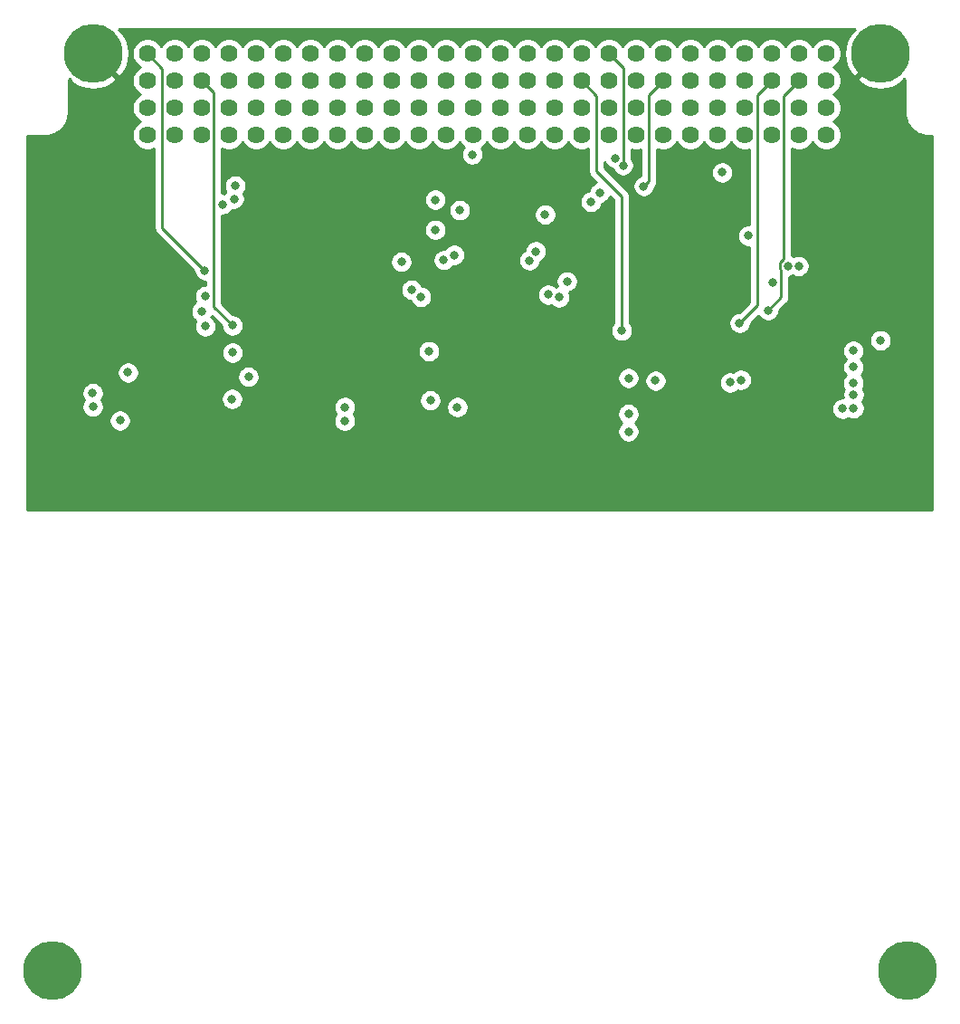
<source format=gbr>
%TF.GenerationSoftware,KiCad,Pcbnew,5.1.6-1.fc32*%
%TF.CreationDate,2020-09-11T21:55:50-03:00*%
%TF.ProjectId,pc104-adapter-bottom,70633130-342d-4616-9461-707465722d62,v2.0*%
%TF.SameCoordinates,Original*%
%TF.FileFunction,Copper,L4,Bot*%
%TF.FilePolarity,Positive*%
%FSLAX46Y46*%
G04 Gerber Fmt 4.6, Leading zero omitted, Abs format (unit mm)*
G04 Created by KiCad (PCBNEW 5.1.6-1.fc32) date 2020-09-11 21:55:50*
%MOMM*%
%LPD*%
G01*
G04 APERTURE LIST*
%TA.AperFunction,ComponentPad*%
%ADD10C,5.500000*%
%TD*%
%TA.AperFunction,ViaPad*%
%ADD11C,1.620000*%
%TD*%
%TA.AperFunction,ViaPad*%
%ADD12C,0.800000*%
%TD*%
%TA.AperFunction,Conductor*%
%ADD13C,0.250000*%
%TD*%
%TA.AperFunction,Conductor*%
%ADD14C,0.254000*%
%TD*%
G04 APERTURE END LIST*
D10*
%TO.P,H3,1*%
%TO.N,GND*%
X105350000Y-140866000D03*
%TD*%
%TO.P,H4,1*%
%TO.N,GND*%
X185390000Y-140866000D03*
%TD*%
D11*
%TO.N,/A52*%
%TO.C,J9*%
X177750000Y-55136000D03*
%TO.N,/A51*%
X177750000Y-57676000D03*
%TO.N,/A50*%
X175210000Y-55136000D03*
%TO.N,/A49*%
X175210000Y-57676000D03*
%TO.N,/A48*%
X172670000Y-55136000D03*
%TO.N,/A47*%
X172670000Y-57676000D03*
%TO.N,/A46*%
X170130000Y-55136000D03*
%TO.N,/A45*%
X170130000Y-57676000D03*
%TO.N,/A44*%
X167590000Y-55136000D03*
%TO.N,/A43*%
X167590000Y-57676000D03*
%TO.N,/A42*%
X165050000Y-55136000D03*
%TO.N,/A41*%
X165050000Y-57676000D03*
%TO.N,/A40*%
X162510000Y-55136000D03*
%TO.N,/A39*%
X162510000Y-57676000D03*
%TO.N,/A38*%
X159970000Y-55136000D03*
%TO.N,/A37*%
X159970000Y-57676000D03*
%TO.N,/A36*%
X157430000Y-55136000D03*
%TO.N,/A35*%
X157430000Y-57676000D03*
%TO.N,/A34*%
X154890000Y-55136000D03*
%TO.N,/A33*%
X154890000Y-57676000D03*
%TO.N,/A32*%
X152350000Y-55136000D03*
%TO.N,/A31*%
X152350000Y-57676000D03*
%TO.N,/A30*%
X149810000Y-55136000D03*
%TO.N,/A29*%
X149810000Y-57676000D03*
%TO.N,/A28*%
X147270000Y-55136000D03*
%TO.N,/A27*%
X147270000Y-57676000D03*
%TO.N,/A26*%
X144730000Y-55136000D03*
%TO.N,/A25*%
X144730000Y-57676000D03*
%TO.N,/A24*%
X142190000Y-55136000D03*
%TO.N,/A23*%
X142190000Y-57676000D03*
%TO.N,/A22*%
X139650000Y-55136000D03*
%TO.N,/A21*%
X139650000Y-57676000D03*
%TO.N,/A20*%
X137110000Y-55136000D03*
%TO.N,/A19*%
X137110000Y-57676000D03*
%TO.N,/A18*%
X134570000Y-55136000D03*
%TO.N,/A17*%
X134570000Y-57676000D03*
%TO.N,/A16*%
X132030000Y-55136000D03*
%TO.N,/A15*%
X132030000Y-57676000D03*
%TO.N,/A14*%
X129490000Y-55136000D03*
%TO.N,/A13*%
X129490000Y-57676000D03*
%TO.N,/A12*%
X126950000Y-55136000D03*
%TO.N,/A11*%
X126950000Y-57676000D03*
%TO.N,/A10*%
X124410000Y-55136000D03*
%TO.N,/A9*%
X124410000Y-57676000D03*
%TO.N,/A8*%
X121870000Y-55136000D03*
%TO.N,/A7*%
X121870000Y-57676000D03*
%TO.N,/A6*%
X119330000Y-55136000D03*
%TO.N,/A5*%
X119330000Y-57676000D03*
%TO.N,/A4*%
X116790000Y-55136000D03*
%TO.N,/A3*%
X116790000Y-57676000D03*
%TO.N,/A2*%
X114250000Y-55136000D03*
%TO.N,/A1*%
X114250000Y-57676000D03*
%TD*%
%TO.N,/B52*%
%TO.C,J10*%
X177750000Y-60216000D03*
%TO.N,/B51*%
X177750000Y-62756000D03*
%TO.N,/B50*%
X175210000Y-60216000D03*
%TO.N,/B49*%
X175210000Y-62756000D03*
%TO.N,/B48*%
X172670000Y-60216000D03*
%TO.N,/B47*%
X172670000Y-62756000D03*
%TO.N,/B46*%
X170130000Y-60216000D03*
%TO.N,/B45*%
X170130000Y-62756000D03*
%TO.N,/B44*%
X167590000Y-60216000D03*
%TO.N,/B43*%
X167590000Y-62756000D03*
%TO.N,/B42*%
X165050000Y-60216000D03*
%TO.N,/B41*%
X165050000Y-62756000D03*
%TO.N,/B40*%
X162510000Y-60216000D03*
%TO.N,/B39*%
X162510000Y-62756000D03*
%TO.N,/B38*%
X159970000Y-60216000D03*
%TO.N,/B37*%
X159970000Y-62756000D03*
%TO.N,/B36*%
X157430000Y-60216000D03*
%TO.N,/B35*%
X157430000Y-62756000D03*
%TO.N,/B34*%
X154890000Y-60216000D03*
%TO.N,/B33*%
X154890000Y-62756000D03*
%TO.N,/B32*%
X152350000Y-60216000D03*
%TO.N,/B31*%
X152350000Y-62756000D03*
%TO.N,/B30*%
X149810000Y-60216000D03*
%TO.N,/B29*%
X149810000Y-62756000D03*
%TO.N,/B28*%
X147270000Y-60216000D03*
%TO.N,/B27*%
X147270000Y-62756000D03*
%TO.N,/B26*%
X144730000Y-60216000D03*
%TO.N,/B25*%
X144730000Y-62756000D03*
%TO.N,/B24*%
X142190000Y-60216000D03*
%TO.N,/B23*%
X142190000Y-62756000D03*
%TO.N,/B22*%
X139650000Y-60216000D03*
%TO.N,/B21*%
X139650000Y-62756000D03*
%TO.N,/B20*%
X137110000Y-60216000D03*
%TO.N,/B19*%
X137110000Y-62756000D03*
%TO.N,/B18*%
X134570000Y-60216000D03*
%TO.N,/B17*%
X134570000Y-62756000D03*
%TO.N,/B16*%
X132030000Y-60216000D03*
%TO.N,/B15*%
X132030000Y-62756000D03*
%TO.N,/B14*%
X129490000Y-60216000D03*
%TO.N,/B13*%
X129490000Y-62756000D03*
%TO.N,/B12*%
X126950000Y-60216000D03*
%TO.N,/B11*%
X126950000Y-62756000D03*
%TO.N,/B10*%
X124410000Y-60216000D03*
%TO.N,/B9*%
X124410000Y-62756000D03*
%TO.N,/B8*%
X121870000Y-60216000D03*
%TO.N,/B7*%
X121870000Y-62756000D03*
%TO.N,/B6*%
X119330000Y-60216000D03*
%TO.N,/B5*%
X119330000Y-62756000D03*
%TO.N,/B4*%
X116790000Y-60216000D03*
%TO.N,/B3*%
X116790000Y-62756000D03*
%TO.N,/B2*%
X114250000Y-60216000D03*
%TO.N,/B1*%
X114250000Y-62756000D03*
%TD*%
D10*
%TO.P,H2,1*%
%TO.N,GND*%
X182840000Y-55136000D03*
%TD*%
%TO.P,H1,1*%
%TO.N,GND*%
X109160000Y-55136000D03*
%TD*%
D12*
%TO.N,/A12*%
X123703500Y-85377500D03*
%TO.N,/A11*%
X122174400Y-87452800D03*
%TO.N,/A9*%
X122455300Y-67511700D03*
%TO.N,/A8*%
X122218700Y-83109300D03*
%TO.N,/A7*%
X119326900Y-79244800D03*
%TO.N,/A6*%
X119663000Y-80658000D03*
%TO.N,/A5*%
X122204600Y-80568300D03*
%TO.N,/A4*%
X122350200Y-68731500D03*
%TO.N,/A3*%
X119679100Y-77840700D03*
%TO.N,/A2*%
X119630600Y-75419500D03*
%TO.N,/A1*%
X121269500Y-69249700D03*
%TO.N,/A25*%
X143245500Y-88215600D03*
%TO.N,/A24*%
X140722400Y-87579700D03*
%TO.N,/A23*%
X144643600Y-64591300D03*
%TO.N,/A21*%
X143485100Y-69785000D03*
%TO.N,/A20*%
X140611600Y-82968800D03*
%TO.N,/A19*%
X138021400Y-74628800D03*
%TO.N,/A18*%
X142960200Y-73986100D03*
%TO.N,/A17*%
X139851600Y-77899400D03*
%TO.N,/A16*%
X138963900Y-77232500D03*
%TO.N,/A15*%
X141188600Y-71621400D03*
%TO.N,/A14*%
X141984000Y-74461300D03*
%TO.N,/A39*%
X160695400Y-67550400D03*
%TO.N,/A36*%
X158762600Y-65600800D03*
%TO.N,/A35*%
X158003100Y-64918500D03*
%TO.N,/A33*%
X158628200Y-81052200D03*
%TO.N,/A32*%
X156557400Y-68173300D03*
%TO.N,/A31*%
X159263700Y-85500000D03*
%TO.N,/A30*%
X161795400Y-85731600D03*
%TO.N,/A29*%
X155766800Y-69002100D03*
%TO.N,/A28*%
X159273100Y-88845400D03*
%TO.N,/A27*%
X159271400Y-90500000D03*
%TO.N,/A52*%
X174181100Y-74990600D03*
%TO.N,/A51*%
X175182900Y-75014600D03*
%TO.N,/A50*%
X172746900Y-76528900D03*
%TO.N,/A49*%
X172342300Y-79147000D03*
%TO.N,/A47*%
X169667300Y-80343800D03*
%TO.N,/A46*%
X170472700Y-72179200D03*
%TO.N,/A44*%
X168038800Y-66255100D03*
%TO.N,/A43*%
X169791600Y-85660400D03*
%TO.N,/A42*%
X168774600Y-85901300D03*
%TO.N,/B13*%
X111684100Y-89453000D03*
%TO.N,/B12*%
X109148200Y-88172500D03*
%TO.N,/B11*%
X109138600Y-86892800D03*
%TO.N,/B10*%
X112432200Y-84971800D03*
%TO.N,/B26*%
X132714000Y-89485500D03*
%TO.N,/B25*%
X132728900Y-88203500D03*
%TO.N,/B24*%
X141191000Y-68810800D03*
%TO.N,/B39*%
X150008000Y-74484900D03*
%TO.N,/B38*%
X150595500Y-73651100D03*
%TO.N,/B37*%
X153506900Y-76448800D03*
%TO.N,/B36*%
X151761900Y-77693600D03*
%TO.N,/B35*%
X152776900Y-77949000D03*
%TO.N,/B32*%
X151472300Y-70202800D03*
%TO.N,/B46*%
X182861500Y-81961000D03*
%TO.N,/B45*%
X180303800Y-82946600D03*
%TO.N,/B44*%
X180320500Y-84469800D03*
%TO.N,/B43*%
X180304600Y-85951800D03*
%TO.N,/B42*%
X180328100Y-87034400D03*
%TO.N,/B41*%
X180325400Y-88315500D03*
%TO.N,/B40*%
X179294200Y-88362400D03*
%TD*%
D13*
%TO.N,/A5*%
X122204600Y-80568300D02*
X120465400Y-78829100D01*
X120465400Y-78829100D02*
X120465400Y-58811400D01*
X120465400Y-58811400D02*
X119330000Y-57676000D01*
%TO.N,/A2*%
X114250000Y-55136000D02*
X115654600Y-56540600D01*
X115654600Y-56540600D02*
X115654600Y-71443500D01*
X115654600Y-71443500D02*
X119630600Y-75419500D01*
%TO.N,/A39*%
X162510000Y-57676000D02*
X161182700Y-59003300D01*
X161182700Y-59003300D02*
X161182700Y-67063100D01*
X161182700Y-67063100D02*
X160695400Y-67550400D01*
%TO.N,/A36*%
X158762600Y-65600800D02*
X158762600Y-56468600D01*
X158762600Y-56468600D02*
X157430000Y-55136000D01*
%TO.N,/A33*%
X158628200Y-81052200D02*
X158628200Y-68493000D01*
X158628200Y-68493000D02*
X156294600Y-66159400D01*
X156294600Y-66159400D02*
X156294600Y-59080600D01*
X156294600Y-59080600D02*
X154890000Y-57676000D01*
%TO.N,/A49*%
X175210000Y-57676000D02*
X173805400Y-59080600D01*
X173805400Y-59080600D02*
X173805400Y-74340600D01*
X173805400Y-74340600D02*
X173455800Y-74690200D01*
X173455800Y-74690200D02*
X173455800Y-75291000D01*
X173455800Y-75291000D02*
X173543200Y-75378400D01*
X173543200Y-75378400D02*
X173543200Y-77946100D01*
X173543200Y-77946100D02*
X172342300Y-79147000D01*
%TO.N,/A47*%
X169667300Y-80343800D02*
X171301100Y-78710000D01*
X171301100Y-78710000D02*
X171301100Y-59044900D01*
X171301100Y-59044900D02*
X172670000Y-57676000D01*
%TD*%
D14*
%TO.N,GND*%
G36*
X180459070Y-52934678D02*
G01*
X180015497Y-53240859D01*
X179700046Y-53828306D01*
X179505260Y-54466008D01*
X179438628Y-55129457D01*
X179502708Y-55793158D01*
X179695038Y-56431605D01*
X180008228Y-57020262D01*
X180015497Y-57031141D01*
X180459072Y-57337323D01*
X182660395Y-55136000D01*
X182646253Y-55121858D01*
X182825858Y-54942253D01*
X182840000Y-54956395D01*
X182854143Y-54942253D01*
X183033748Y-55121858D01*
X183019605Y-55136000D01*
X183033748Y-55150143D01*
X182854143Y-55329748D01*
X182840000Y-55315605D01*
X180638677Y-57516928D01*
X180944859Y-57960503D01*
X181532306Y-58275954D01*
X182170008Y-58470740D01*
X182833457Y-58537372D01*
X183497158Y-58473292D01*
X184135605Y-58280962D01*
X184724262Y-57967772D01*
X184735141Y-57960503D01*
X185041322Y-57516930D01*
X185130000Y-57605608D01*
X185130000Y-60670876D01*
X185133024Y-60701575D01*
X185132959Y-60710820D01*
X185133926Y-60720686D01*
X185164526Y-61011831D01*
X185177466Y-61074868D01*
X185189524Y-61138080D01*
X185192389Y-61147570D01*
X185278957Y-61427226D01*
X185303883Y-61486521D01*
X185328001Y-61546215D01*
X185332655Y-61554967D01*
X185471894Y-61812483D01*
X185507873Y-61865825D01*
X185543114Y-61919678D01*
X185549379Y-61927360D01*
X185735984Y-62152927D01*
X185781621Y-62198246D01*
X185826669Y-62244248D01*
X185834308Y-62250566D01*
X186061172Y-62435592D01*
X186114732Y-62471177D01*
X186167868Y-62507560D01*
X186176588Y-62512275D01*
X186435069Y-62649712D01*
X186494544Y-62674225D01*
X186553711Y-62699584D01*
X186563181Y-62702516D01*
X186843435Y-62787130D01*
X186906525Y-62799622D01*
X186969506Y-62813009D01*
X186979365Y-62814045D01*
X187270717Y-62842612D01*
X187270723Y-62842612D01*
X187305123Y-62846000D01*
X187690001Y-62846000D01*
X187690001Y-97773000D01*
X103010000Y-97773000D01*
X103010000Y-89351061D01*
X110649100Y-89351061D01*
X110649100Y-89554939D01*
X110688874Y-89754898D01*
X110766895Y-89943256D01*
X110880163Y-90112774D01*
X111024326Y-90256937D01*
X111193844Y-90370205D01*
X111382202Y-90448226D01*
X111582161Y-90488000D01*
X111786039Y-90488000D01*
X111985998Y-90448226D01*
X112174356Y-90370205D01*
X112343874Y-90256937D01*
X112488037Y-90112774D01*
X112601305Y-89943256D01*
X112679326Y-89754898D01*
X112719100Y-89554939D01*
X112719100Y-89383561D01*
X131679000Y-89383561D01*
X131679000Y-89587439D01*
X131718774Y-89787398D01*
X131796795Y-89975756D01*
X131910063Y-90145274D01*
X132054226Y-90289437D01*
X132223744Y-90402705D01*
X132412102Y-90480726D01*
X132612061Y-90520500D01*
X132815939Y-90520500D01*
X133015898Y-90480726D01*
X133204256Y-90402705D01*
X133211206Y-90398061D01*
X158236400Y-90398061D01*
X158236400Y-90601939D01*
X158276174Y-90801898D01*
X158354195Y-90990256D01*
X158467463Y-91159774D01*
X158611626Y-91303937D01*
X158781144Y-91417205D01*
X158969502Y-91495226D01*
X159169461Y-91535000D01*
X159373339Y-91535000D01*
X159573298Y-91495226D01*
X159761656Y-91417205D01*
X159931174Y-91303937D01*
X160075337Y-91159774D01*
X160188605Y-90990256D01*
X160266626Y-90801898D01*
X160306400Y-90601939D01*
X160306400Y-90398061D01*
X160266626Y-90198102D01*
X160188605Y-90009744D01*
X160075337Y-89840226D01*
X159931174Y-89696063D01*
X159897059Y-89673268D01*
X159932874Y-89649337D01*
X160077037Y-89505174D01*
X160190305Y-89335656D01*
X160268326Y-89147298D01*
X160308100Y-88947339D01*
X160308100Y-88743461D01*
X160268326Y-88543502D01*
X160190305Y-88355144D01*
X160127041Y-88260461D01*
X178259200Y-88260461D01*
X178259200Y-88464339D01*
X178298974Y-88664298D01*
X178376995Y-88852656D01*
X178490263Y-89022174D01*
X178634426Y-89166337D01*
X178803944Y-89279605D01*
X178992302Y-89357626D01*
X179192261Y-89397400D01*
X179396139Y-89397400D01*
X179596098Y-89357626D01*
X179784456Y-89279605D01*
X179847183Y-89237692D01*
X180023502Y-89310726D01*
X180223461Y-89350500D01*
X180427339Y-89350500D01*
X180627298Y-89310726D01*
X180815656Y-89232705D01*
X180985174Y-89119437D01*
X181129337Y-88975274D01*
X181242605Y-88805756D01*
X181320626Y-88617398D01*
X181360400Y-88417439D01*
X181360400Y-88213561D01*
X181320626Y-88013602D01*
X181242605Y-87825244D01*
X181143532Y-87676970D01*
X181245305Y-87524656D01*
X181323326Y-87336298D01*
X181363100Y-87136339D01*
X181363100Y-86932461D01*
X181323326Y-86732502D01*
X181245305Y-86544144D01*
X181199449Y-86475515D01*
X181221805Y-86442056D01*
X181299826Y-86253698D01*
X181339600Y-86053739D01*
X181339600Y-85849861D01*
X181299826Y-85649902D01*
X181221805Y-85461544D01*
X181108537Y-85292026D01*
X181035261Y-85218750D01*
X181124437Y-85129574D01*
X181237705Y-84960056D01*
X181315726Y-84771698D01*
X181355500Y-84571739D01*
X181355500Y-84367861D01*
X181315726Y-84167902D01*
X181237705Y-83979544D01*
X181124437Y-83810026D01*
X181014261Y-83699850D01*
X181107737Y-83606374D01*
X181221005Y-83436856D01*
X181299026Y-83248498D01*
X181338800Y-83048539D01*
X181338800Y-82844661D01*
X181299026Y-82644702D01*
X181221005Y-82456344D01*
X181107737Y-82286826D01*
X180963574Y-82142663D01*
X180794056Y-82029395D01*
X180605698Y-81951374D01*
X180405739Y-81911600D01*
X180201861Y-81911600D01*
X180001902Y-81951374D01*
X179813544Y-82029395D01*
X179644026Y-82142663D01*
X179499863Y-82286826D01*
X179386595Y-82456344D01*
X179308574Y-82644702D01*
X179268800Y-82844661D01*
X179268800Y-83048539D01*
X179308574Y-83248498D01*
X179386595Y-83436856D01*
X179499863Y-83606374D01*
X179610039Y-83716550D01*
X179516563Y-83810026D01*
X179403295Y-83979544D01*
X179325274Y-84167902D01*
X179285500Y-84367861D01*
X179285500Y-84571739D01*
X179325274Y-84771698D01*
X179403295Y-84960056D01*
X179516563Y-85129574D01*
X179589839Y-85202850D01*
X179500663Y-85292026D01*
X179387395Y-85461544D01*
X179309374Y-85649902D01*
X179269600Y-85849861D01*
X179269600Y-86053739D01*
X179309374Y-86253698D01*
X179387395Y-86442056D01*
X179433251Y-86510685D01*
X179410895Y-86544144D01*
X179332874Y-86732502D01*
X179293100Y-86932461D01*
X179293100Y-87136339D01*
X179331104Y-87327400D01*
X179192261Y-87327400D01*
X178992302Y-87367174D01*
X178803944Y-87445195D01*
X178634426Y-87558463D01*
X178490263Y-87702626D01*
X178376995Y-87872144D01*
X178298974Y-88060502D01*
X178259200Y-88260461D01*
X160127041Y-88260461D01*
X160077037Y-88185626D01*
X159932874Y-88041463D01*
X159763356Y-87928195D01*
X159574998Y-87850174D01*
X159375039Y-87810400D01*
X159171161Y-87810400D01*
X158971202Y-87850174D01*
X158782844Y-87928195D01*
X158613326Y-88041463D01*
X158469163Y-88185626D01*
X158355895Y-88355144D01*
X158277874Y-88543502D01*
X158238100Y-88743461D01*
X158238100Y-88947339D01*
X158277874Y-89147298D01*
X158355895Y-89335656D01*
X158469163Y-89505174D01*
X158613326Y-89649337D01*
X158647441Y-89672132D01*
X158611626Y-89696063D01*
X158467463Y-89840226D01*
X158354195Y-90009744D01*
X158276174Y-90198102D01*
X158236400Y-90398061D01*
X133211206Y-90398061D01*
X133373774Y-90289437D01*
X133517937Y-90145274D01*
X133631205Y-89975756D01*
X133709226Y-89787398D01*
X133749000Y-89587439D01*
X133749000Y-89383561D01*
X133709226Y-89183602D01*
X133631205Y-88995244D01*
X133537931Y-88855650D01*
X133646105Y-88693756D01*
X133724126Y-88505398D01*
X133763900Y-88305439D01*
X133763900Y-88101561D01*
X133724126Y-87901602D01*
X133646105Y-87713244D01*
X133532837Y-87543726D01*
X133466872Y-87477761D01*
X139687400Y-87477761D01*
X139687400Y-87681639D01*
X139727174Y-87881598D01*
X139805195Y-88069956D01*
X139918463Y-88239474D01*
X140062626Y-88383637D01*
X140232144Y-88496905D01*
X140420502Y-88574926D01*
X140620461Y-88614700D01*
X140824339Y-88614700D01*
X141024298Y-88574926D01*
X141212656Y-88496905D01*
X141382174Y-88383637D01*
X141526337Y-88239474D01*
X141610402Y-88113661D01*
X142210500Y-88113661D01*
X142210500Y-88317539D01*
X142250274Y-88517498D01*
X142328295Y-88705856D01*
X142441563Y-88875374D01*
X142585726Y-89019537D01*
X142755244Y-89132805D01*
X142943602Y-89210826D01*
X143143561Y-89250600D01*
X143347439Y-89250600D01*
X143547398Y-89210826D01*
X143735756Y-89132805D01*
X143905274Y-89019537D01*
X144049437Y-88875374D01*
X144162705Y-88705856D01*
X144240726Y-88517498D01*
X144280500Y-88317539D01*
X144280500Y-88113661D01*
X144240726Y-87913702D01*
X144162705Y-87725344D01*
X144049437Y-87555826D01*
X143905274Y-87411663D01*
X143735756Y-87298395D01*
X143547398Y-87220374D01*
X143347439Y-87180600D01*
X143143561Y-87180600D01*
X142943602Y-87220374D01*
X142755244Y-87298395D01*
X142585726Y-87411663D01*
X142441563Y-87555826D01*
X142328295Y-87725344D01*
X142250274Y-87913702D01*
X142210500Y-88113661D01*
X141610402Y-88113661D01*
X141639605Y-88069956D01*
X141717626Y-87881598D01*
X141757400Y-87681639D01*
X141757400Y-87477761D01*
X141717626Y-87277802D01*
X141639605Y-87089444D01*
X141526337Y-86919926D01*
X141382174Y-86775763D01*
X141212656Y-86662495D01*
X141024298Y-86584474D01*
X140824339Y-86544700D01*
X140620461Y-86544700D01*
X140420502Y-86584474D01*
X140232144Y-86662495D01*
X140062626Y-86775763D01*
X139918463Y-86919926D01*
X139805195Y-87089444D01*
X139727174Y-87277802D01*
X139687400Y-87477761D01*
X133466872Y-87477761D01*
X133388674Y-87399563D01*
X133219156Y-87286295D01*
X133030798Y-87208274D01*
X132830839Y-87168500D01*
X132626961Y-87168500D01*
X132427002Y-87208274D01*
X132238644Y-87286295D01*
X132069126Y-87399563D01*
X131924963Y-87543726D01*
X131811695Y-87713244D01*
X131733674Y-87901602D01*
X131693900Y-88101561D01*
X131693900Y-88305439D01*
X131733674Y-88505398D01*
X131811695Y-88693756D01*
X131904969Y-88833350D01*
X131796795Y-88995244D01*
X131718774Y-89183602D01*
X131679000Y-89383561D01*
X112719100Y-89383561D01*
X112719100Y-89351061D01*
X112679326Y-89151102D01*
X112601305Y-88962744D01*
X112488037Y-88793226D01*
X112343874Y-88649063D01*
X112174356Y-88535795D01*
X111985998Y-88457774D01*
X111786039Y-88418000D01*
X111582161Y-88418000D01*
X111382202Y-88457774D01*
X111193844Y-88535795D01*
X111024326Y-88649063D01*
X110880163Y-88793226D01*
X110766895Y-88962744D01*
X110688874Y-89151102D01*
X110649100Y-89351061D01*
X103010000Y-89351061D01*
X103010000Y-86790861D01*
X108103600Y-86790861D01*
X108103600Y-86994739D01*
X108143374Y-87194698D01*
X108221395Y-87383056D01*
X108326150Y-87539834D01*
X108230995Y-87682244D01*
X108152974Y-87870602D01*
X108113200Y-88070561D01*
X108113200Y-88274439D01*
X108152974Y-88474398D01*
X108230995Y-88662756D01*
X108344263Y-88832274D01*
X108488426Y-88976437D01*
X108657944Y-89089705D01*
X108846302Y-89167726D01*
X109046261Y-89207500D01*
X109250139Y-89207500D01*
X109450098Y-89167726D01*
X109638456Y-89089705D01*
X109807974Y-88976437D01*
X109952137Y-88832274D01*
X110065405Y-88662756D01*
X110143426Y-88474398D01*
X110183200Y-88274439D01*
X110183200Y-88070561D01*
X110143426Y-87870602D01*
X110065405Y-87682244D01*
X109960650Y-87525466D01*
X110055805Y-87383056D01*
X110069140Y-87350861D01*
X121139400Y-87350861D01*
X121139400Y-87554739D01*
X121179174Y-87754698D01*
X121257195Y-87943056D01*
X121370463Y-88112574D01*
X121514626Y-88256737D01*
X121684144Y-88370005D01*
X121872502Y-88448026D01*
X122072461Y-88487800D01*
X122276339Y-88487800D01*
X122476298Y-88448026D01*
X122664656Y-88370005D01*
X122834174Y-88256737D01*
X122978337Y-88112574D01*
X123091605Y-87943056D01*
X123169626Y-87754698D01*
X123209400Y-87554739D01*
X123209400Y-87350861D01*
X123169626Y-87150902D01*
X123091605Y-86962544D01*
X122978337Y-86793026D01*
X122834174Y-86648863D01*
X122664656Y-86535595D01*
X122476298Y-86457574D01*
X122276339Y-86417800D01*
X122072461Y-86417800D01*
X121872502Y-86457574D01*
X121684144Y-86535595D01*
X121514626Y-86648863D01*
X121370463Y-86793026D01*
X121257195Y-86962544D01*
X121179174Y-87150902D01*
X121139400Y-87350861D01*
X110069140Y-87350861D01*
X110133826Y-87194698D01*
X110173600Y-86994739D01*
X110173600Y-86790861D01*
X110133826Y-86590902D01*
X110055805Y-86402544D01*
X109942537Y-86233026D01*
X109798374Y-86088863D01*
X109628856Y-85975595D01*
X109440498Y-85897574D01*
X109240539Y-85857800D01*
X109036661Y-85857800D01*
X108836702Y-85897574D01*
X108648344Y-85975595D01*
X108478826Y-86088863D01*
X108334663Y-86233026D01*
X108221395Y-86402544D01*
X108143374Y-86590902D01*
X108103600Y-86790861D01*
X103010000Y-86790861D01*
X103010000Y-84869861D01*
X111397200Y-84869861D01*
X111397200Y-85073739D01*
X111436974Y-85273698D01*
X111514995Y-85462056D01*
X111628263Y-85631574D01*
X111772426Y-85775737D01*
X111941944Y-85889005D01*
X112130302Y-85967026D01*
X112330261Y-86006800D01*
X112534139Y-86006800D01*
X112734098Y-85967026D01*
X112922456Y-85889005D01*
X113091974Y-85775737D01*
X113236137Y-85631574D01*
X113349405Y-85462056D01*
X113426654Y-85275561D01*
X122668500Y-85275561D01*
X122668500Y-85479439D01*
X122708274Y-85679398D01*
X122786295Y-85867756D01*
X122899563Y-86037274D01*
X123043726Y-86181437D01*
X123213244Y-86294705D01*
X123401602Y-86372726D01*
X123601561Y-86412500D01*
X123805439Y-86412500D01*
X124005398Y-86372726D01*
X124193756Y-86294705D01*
X124363274Y-86181437D01*
X124507437Y-86037274D01*
X124620705Y-85867756D01*
X124698726Y-85679398D01*
X124738500Y-85479439D01*
X124738500Y-85398061D01*
X158228700Y-85398061D01*
X158228700Y-85601939D01*
X158268474Y-85801898D01*
X158346495Y-85990256D01*
X158459763Y-86159774D01*
X158603926Y-86303937D01*
X158773444Y-86417205D01*
X158961802Y-86495226D01*
X159161761Y-86535000D01*
X159365639Y-86535000D01*
X159565598Y-86495226D01*
X159753956Y-86417205D01*
X159923474Y-86303937D01*
X160067637Y-86159774D01*
X160180905Y-85990256D01*
X160258926Y-85801898D01*
X160293185Y-85629661D01*
X160760400Y-85629661D01*
X160760400Y-85833539D01*
X160800174Y-86033498D01*
X160878195Y-86221856D01*
X160991463Y-86391374D01*
X161135626Y-86535537D01*
X161305144Y-86648805D01*
X161493502Y-86726826D01*
X161693461Y-86766600D01*
X161897339Y-86766600D01*
X162097298Y-86726826D01*
X162285656Y-86648805D01*
X162455174Y-86535537D01*
X162599337Y-86391374D01*
X162712605Y-86221856D01*
X162790626Y-86033498D01*
X162830400Y-85833539D01*
X162830400Y-85799361D01*
X167739600Y-85799361D01*
X167739600Y-86003239D01*
X167779374Y-86203198D01*
X167857395Y-86391556D01*
X167970663Y-86561074D01*
X168114826Y-86705237D01*
X168284344Y-86818505D01*
X168472702Y-86896526D01*
X168672661Y-86936300D01*
X168876539Y-86936300D01*
X169076498Y-86896526D01*
X169264856Y-86818505D01*
X169434374Y-86705237D01*
X169485659Y-86653952D01*
X169489702Y-86655626D01*
X169689661Y-86695400D01*
X169893539Y-86695400D01*
X170093498Y-86655626D01*
X170281856Y-86577605D01*
X170451374Y-86464337D01*
X170595537Y-86320174D01*
X170708805Y-86150656D01*
X170786826Y-85962298D01*
X170826600Y-85762339D01*
X170826600Y-85558461D01*
X170786826Y-85358502D01*
X170708805Y-85170144D01*
X170595537Y-85000626D01*
X170451374Y-84856463D01*
X170281856Y-84743195D01*
X170093498Y-84665174D01*
X169893539Y-84625400D01*
X169689661Y-84625400D01*
X169489702Y-84665174D01*
X169301344Y-84743195D01*
X169131826Y-84856463D01*
X169080541Y-84907748D01*
X169076498Y-84906074D01*
X168876539Y-84866300D01*
X168672661Y-84866300D01*
X168472702Y-84906074D01*
X168284344Y-84984095D01*
X168114826Y-85097363D01*
X167970663Y-85241526D01*
X167857395Y-85411044D01*
X167779374Y-85599402D01*
X167739600Y-85799361D01*
X162830400Y-85799361D01*
X162830400Y-85629661D01*
X162790626Y-85429702D01*
X162712605Y-85241344D01*
X162599337Y-85071826D01*
X162455174Y-84927663D01*
X162285656Y-84814395D01*
X162097298Y-84736374D01*
X161897339Y-84696600D01*
X161693461Y-84696600D01*
X161493502Y-84736374D01*
X161305144Y-84814395D01*
X161135626Y-84927663D01*
X160991463Y-85071826D01*
X160878195Y-85241344D01*
X160800174Y-85429702D01*
X160760400Y-85629661D01*
X160293185Y-85629661D01*
X160298700Y-85601939D01*
X160298700Y-85398061D01*
X160258926Y-85198102D01*
X160180905Y-85009744D01*
X160067637Y-84840226D01*
X159923474Y-84696063D01*
X159753956Y-84582795D01*
X159565598Y-84504774D01*
X159365639Y-84465000D01*
X159161761Y-84465000D01*
X158961802Y-84504774D01*
X158773444Y-84582795D01*
X158603926Y-84696063D01*
X158459763Y-84840226D01*
X158346495Y-85009744D01*
X158268474Y-85198102D01*
X158228700Y-85398061D01*
X124738500Y-85398061D01*
X124738500Y-85275561D01*
X124698726Y-85075602D01*
X124620705Y-84887244D01*
X124507437Y-84717726D01*
X124363274Y-84573563D01*
X124193756Y-84460295D01*
X124005398Y-84382274D01*
X123805439Y-84342500D01*
X123601561Y-84342500D01*
X123401602Y-84382274D01*
X123213244Y-84460295D01*
X123043726Y-84573563D01*
X122899563Y-84717726D01*
X122786295Y-84887244D01*
X122708274Y-85075602D01*
X122668500Y-85275561D01*
X113426654Y-85275561D01*
X113427426Y-85273698D01*
X113467200Y-85073739D01*
X113467200Y-84869861D01*
X113427426Y-84669902D01*
X113349405Y-84481544D01*
X113236137Y-84312026D01*
X113091974Y-84167863D01*
X112922456Y-84054595D01*
X112734098Y-83976574D01*
X112534139Y-83936800D01*
X112330261Y-83936800D01*
X112130302Y-83976574D01*
X111941944Y-84054595D01*
X111772426Y-84167863D01*
X111628263Y-84312026D01*
X111514995Y-84481544D01*
X111436974Y-84669902D01*
X111397200Y-84869861D01*
X103010000Y-84869861D01*
X103010000Y-83007361D01*
X121183700Y-83007361D01*
X121183700Y-83211239D01*
X121223474Y-83411198D01*
X121301495Y-83599556D01*
X121414763Y-83769074D01*
X121558926Y-83913237D01*
X121728444Y-84026505D01*
X121916802Y-84104526D01*
X122116761Y-84144300D01*
X122320639Y-84144300D01*
X122520598Y-84104526D01*
X122708956Y-84026505D01*
X122878474Y-83913237D01*
X123022637Y-83769074D01*
X123135905Y-83599556D01*
X123213926Y-83411198D01*
X123253700Y-83211239D01*
X123253700Y-83007361D01*
X123225754Y-82866861D01*
X139576600Y-82866861D01*
X139576600Y-83070739D01*
X139616374Y-83270698D01*
X139694395Y-83459056D01*
X139807663Y-83628574D01*
X139951826Y-83772737D01*
X140121344Y-83886005D01*
X140309702Y-83964026D01*
X140509661Y-84003800D01*
X140713539Y-84003800D01*
X140913498Y-83964026D01*
X141101856Y-83886005D01*
X141271374Y-83772737D01*
X141415537Y-83628574D01*
X141528805Y-83459056D01*
X141606826Y-83270698D01*
X141646600Y-83070739D01*
X141646600Y-82866861D01*
X141606826Y-82666902D01*
X141528805Y-82478544D01*
X141415537Y-82309026D01*
X141271374Y-82164863D01*
X141101856Y-82051595D01*
X140913498Y-81973574D01*
X140713539Y-81933800D01*
X140509661Y-81933800D01*
X140309702Y-81973574D01*
X140121344Y-82051595D01*
X139951826Y-82164863D01*
X139807663Y-82309026D01*
X139694395Y-82478544D01*
X139616374Y-82666902D01*
X139576600Y-82866861D01*
X123225754Y-82866861D01*
X123213926Y-82807402D01*
X123135905Y-82619044D01*
X123022637Y-82449526D01*
X122878474Y-82305363D01*
X122708956Y-82192095D01*
X122520598Y-82114074D01*
X122320639Y-82074300D01*
X122116761Y-82074300D01*
X121916802Y-82114074D01*
X121728444Y-82192095D01*
X121558926Y-82305363D01*
X121414763Y-82449526D01*
X121301495Y-82619044D01*
X121223474Y-82807402D01*
X121183700Y-83007361D01*
X103010000Y-83007361D01*
X103010000Y-62846000D01*
X104694877Y-62846000D01*
X104725576Y-62842976D01*
X104734820Y-62843041D01*
X104744686Y-62842074D01*
X105035831Y-62811474D01*
X105098868Y-62798534D01*
X105162080Y-62786476D01*
X105171570Y-62783611D01*
X105451226Y-62697043D01*
X105510521Y-62672117D01*
X105570215Y-62647999D01*
X105578967Y-62643345D01*
X105836483Y-62504106D01*
X105889825Y-62468127D01*
X105943678Y-62432886D01*
X105951360Y-62426621D01*
X106176927Y-62240016D01*
X106222246Y-62194379D01*
X106268248Y-62149331D01*
X106274566Y-62141692D01*
X106459592Y-61914828D01*
X106495177Y-61861268D01*
X106531560Y-61808132D01*
X106536275Y-61799412D01*
X106673712Y-61540931D01*
X106698225Y-61481456D01*
X106723584Y-61422289D01*
X106726516Y-61412819D01*
X106811130Y-61132565D01*
X106823622Y-61069475D01*
X106837009Y-61006494D01*
X106838045Y-60996635D01*
X106866612Y-60705283D01*
X106866612Y-60705277D01*
X106870000Y-60670877D01*
X106870000Y-57605608D01*
X106958678Y-57516930D01*
X107264859Y-57960503D01*
X107852306Y-58275954D01*
X108490008Y-58470740D01*
X109153457Y-58537372D01*
X109817158Y-58473292D01*
X110455605Y-58280962D01*
X111044262Y-57967772D01*
X111055141Y-57960503D01*
X111361323Y-57516928D01*
X109160000Y-55315605D01*
X109145858Y-55329748D01*
X108966253Y-55150143D01*
X108980395Y-55136000D01*
X108966253Y-55121858D01*
X109145858Y-54942253D01*
X109160000Y-54956395D01*
X109174143Y-54942253D01*
X109353748Y-55121858D01*
X109339605Y-55136000D01*
X111540928Y-57337323D01*
X111984503Y-57031141D01*
X112299954Y-56443694D01*
X112494740Y-55805992D01*
X112561372Y-55142543D01*
X112547000Y-54993680D01*
X112805000Y-54993680D01*
X112805000Y-55278320D01*
X112860530Y-55557491D01*
X112969457Y-55820464D01*
X113127595Y-56057134D01*
X113328866Y-56258405D01*
X113549757Y-56406000D01*
X113328866Y-56553595D01*
X113127595Y-56754866D01*
X112969457Y-56991536D01*
X112860530Y-57254509D01*
X112805000Y-57533680D01*
X112805000Y-57818320D01*
X112860530Y-58097491D01*
X112969457Y-58360464D01*
X113127595Y-58597134D01*
X113328866Y-58798405D01*
X113549757Y-58946000D01*
X113328866Y-59093595D01*
X113127595Y-59294866D01*
X112969457Y-59531536D01*
X112860530Y-59794509D01*
X112805000Y-60073680D01*
X112805000Y-60358320D01*
X112860530Y-60637491D01*
X112969457Y-60900464D01*
X113127595Y-61137134D01*
X113328866Y-61338405D01*
X113549757Y-61486000D01*
X113328866Y-61633595D01*
X113127595Y-61834866D01*
X112969457Y-62071536D01*
X112860530Y-62334509D01*
X112805000Y-62613680D01*
X112805000Y-62898320D01*
X112860530Y-63177491D01*
X112969457Y-63440464D01*
X113127595Y-63677134D01*
X113328866Y-63878405D01*
X113565536Y-64036543D01*
X113828509Y-64145470D01*
X114107680Y-64201000D01*
X114392320Y-64201000D01*
X114671491Y-64145470D01*
X114894601Y-64053055D01*
X114894601Y-71406168D01*
X114890924Y-71443500D01*
X114905598Y-71592485D01*
X114949054Y-71735746D01*
X115019626Y-71867776D01*
X115090801Y-71954502D01*
X115114600Y-71983501D01*
X115143598Y-72007299D01*
X118595600Y-75459302D01*
X118595600Y-75521439D01*
X118635374Y-75721398D01*
X118713395Y-75909756D01*
X118826663Y-76079274D01*
X118970826Y-76223437D01*
X119140344Y-76336705D01*
X119328702Y-76414726D01*
X119528661Y-76454500D01*
X119705400Y-76454500D01*
X119705400Y-76805700D01*
X119577161Y-76805700D01*
X119377202Y-76845474D01*
X119188844Y-76923495D01*
X119019326Y-77036763D01*
X118875163Y-77180926D01*
X118761895Y-77350444D01*
X118683874Y-77538802D01*
X118644100Y-77738761D01*
X118644100Y-77942639D01*
X118683874Y-78142598D01*
X118761895Y-78330956D01*
X118783414Y-78363162D01*
X118667126Y-78440863D01*
X118522963Y-78585026D01*
X118409695Y-78754544D01*
X118331674Y-78942902D01*
X118291900Y-79142861D01*
X118291900Y-79346739D01*
X118331674Y-79546698D01*
X118409695Y-79735056D01*
X118522963Y-79904574D01*
X118667126Y-80048737D01*
X118776487Y-80121810D01*
X118745795Y-80167744D01*
X118667774Y-80356102D01*
X118628000Y-80556061D01*
X118628000Y-80759939D01*
X118667774Y-80959898D01*
X118745795Y-81148256D01*
X118859063Y-81317774D01*
X119003226Y-81461937D01*
X119172744Y-81575205D01*
X119361102Y-81653226D01*
X119561061Y-81693000D01*
X119764939Y-81693000D01*
X119964898Y-81653226D01*
X120153256Y-81575205D01*
X120322774Y-81461937D01*
X120466937Y-81317774D01*
X120580205Y-81148256D01*
X120658226Y-80959898D01*
X120698000Y-80759939D01*
X120698000Y-80556061D01*
X120658226Y-80356102D01*
X120580205Y-80167744D01*
X120466937Y-79998226D01*
X120322774Y-79854063D01*
X120213413Y-79780990D01*
X120244105Y-79735056D01*
X120259467Y-79697968D01*
X121169600Y-80608102D01*
X121169600Y-80670239D01*
X121209374Y-80870198D01*
X121287395Y-81058556D01*
X121400663Y-81228074D01*
X121544826Y-81372237D01*
X121714344Y-81485505D01*
X121902702Y-81563526D01*
X122102661Y-81603300D01*
X122306539Y-81603300D01*
X122506498Y-81563526D01*
X122694856Y-81485505D01*
X122864374Y-81372237D01*
X123008537Y-81228074D01*
X123121805Y-81058556D01*
X123199826Y-80870198D01*
X123239600Y-80670239D01*
X123239600Y-80466361D01*
X123199826Y-80266402D01*
X123121805Y-80078044D01*
X123008537Y-79908526D01*
X122864374Y-79764363D01*
X122694856Y-79651095D01*
X122506498Y-79573074D01*
X122306539Y-79533300D01*
X122244402Y-79533300D01*
X121225400Y-78514299D01*
X121225400Y-77130561D01*
X137928900Y-77130561D01*
X137928900Y-77334439D01*
X137968674Y-77534398D01*
X138046695Y-77722756D01*
X138159963Y-77892274D01*
X138304126Y-78036437D01*
X138473644Y-78149705D01*
X138662002Y-78227726D01*
X138861961Y-78267500D01*
X138883796Y-78267500D01*
X138934395Y-78389656D01*
X139047663Y-78559174D01*
X139191826Y-78703337D01*
X139361344Y-78816605D01*
X139549702Y-78894626D01*
X139749661Y-78934400D01*
X139953539Y-78934400D01*
X140153498Y-78894626D01*
X140341856Y-78816605D01*
X140511374Y-78703337D01*
X140655537Y-78559174D01*
X140768805Y-78389656D01*
X140846826Y-78201298D01*
X140886600Y-78001339D01*
X140886600Y-77797461D01*
X140846826Y-77597502D01*
X140844407Y-77591661D01*
X150726900Y-77591661D01*
X150726900Y-77795539D01*
X150766674Y-77995498D01*
X150844695Y-78183856D01*
X150957963Y-78353374D01*
X151102126Y-78497537D01*
X151271644Y-78610805D01*
X151460002Y-78688826D01*
X151659961Y-78728600D01*
X151863839Y-78728600D01*
X152054804Y-78690615D01*
X152117126Y-78752937D01*
X152286644Y-78866205D01*
X152475002Y-78944226D01*
X152674961Y-78984000D01*
X152878839Y-78984000D01*
X153078798Y-78944226D01*
X153267156Y-78866205D01*
X153436674Y-78752937D01*
X153580837Y-78608774D01*
X153694105Y-78439256D01*
X153772126Y-78250898D01*
X153811900Y-78050939D01*
X153811900Y-77847061D01*
X153772126Y-77647102D01*
X153697203Y-77466223D01*
X153808798Y-77444026D01*
X153997156Y-77366005D01*
X154166674Y-77252737D01*
X154310837Y-77108574D01*
X154424105Y-76939056D01*
X154502126Y-76750698D01*
X154541900Y-76550739D01*
X154541900Y-76346861D01*
X154502126Y-76146902D01*
X154424105Y-75958544D01*
X154310837Y-75789026D01*
X154166674Y-75644863D01*
X153997156Y-75531595D01*
X153808798Y-75453574D01*
X153608839Y-75413800D01*
X153404961Y-75413800D01*
X153205002Y-75453574D01*
X153016644Y-75531595D01*
X152847126Y-75644863D01*
X152702963Y-75789026D01*
X152589695Y-75958544D01*
X152511674Y-76146902D01*
X152471900Y-76346861D01*
X152471900Y-76550739D01*
X152511674Y-76750698D01*
X152586597Y-76931577D01*
X152483996Y-76951985D01*
X152421674Y-76889663D01*
X152252156Y-76776395D01*
X152063798Y-76698374D01*
X151863839Y-76658600D01*
X151659961Y-76658600D01*
X151460002Y-76698374D01*
X151271644Y-76776395D01*
X151102126Y-76889663D01*
X150957963Y-77033826D01*
X150844695Y-77203344D01*
X150766674Y-77391702D01*
X150726900Y-77591661D01*
X140844407Y-77591661D01*
X140768805Y-77409144D01*
X140655537Y-77239626D01*
X140511374Y-77095463D01*
X140341856Y-76982195D01*
X140153498Y-76904174D01*
X139953539Y-76864400D01*
X139931704Y-76864400D01*
X139881105Y-76742244D01*
X139767837Y-76572726D01*
X139623674Y-76428563D01*
X139454156Y-76315295D01*
X139265798Y-76237274D01*
X139065839Y-76197500D01*
X138861961Y-76197500D01*
X138662002Y-76237274D01*
X138473644Y-76315295D01*
X138304126Y-76428563D01*
X138159963Y-76572726D01*
X138046695Y-76742244D01*
X137968674Y-76930602D01*
X137928900Y-77130561D01*
X121225400Y-77130561D01*
X121225400Y-74526861D01*
X136986400Y-74526861D01*
X136986400Y-74730739D01*
X137026174Y-74930698D01*
X137104195Y-75119056D01*
X137217463Y-75288574D01*
X137361626Y-75432737D01*
X137531144Y-75546005D01*
X137719502Y-75624026D01*
X137919461Y-75663800D01*
X138123339Y-75663800D01*
X138323298Y-75624026D01*
X138511656Y-75546005D01*
X138681174Y-75432737D01*
X138825337Y-75288574D01*
X138938605Y-75119056D01*
X139016626Y-74930698D01*
X139056400Y-74730739D01*
X139056400Y-74526861D01*
X139023083Y-74359361D01*
X140949000Y-74359361D01*
X140949000Y-74563239D01*
X140988774Y-74763198D01*
X141066795Y-74951556D01*
X141180063Y-75121074D01*
X141324226Y-75265237D01*
X141493744Y-75378505D01*
X141682102Y-75456526D01*
X141882061Y-75496300D01*
X142085939Y-75496300D01*
X142285898Y-75456526D01*
X142474256Y-75378505D01*
X142643774Y-75265237D01*
X142787937Y-75121074D01*
X142855151Y-75020481D01*
X142858261Y-75021100D01*
X143062139Y-75021100D01*
X143262098Y-74981326D01*
X143450456Y-74903305D01*
X143619974Y-74790037D01*
X143764137Y-74645874D01*
X143877405Y-74476356D01*
X143916090Y-74382961D01*
X148973000Y-74382961D01*
X148973000Y-74586839D01*
X149012774Y-74786798D01*
X149090795Y-74975156D01*
X149204063Y-75144674D01*
X149348226Y-75288837D01*
X149517744Y-75402105D01*
X149706102Y-75480126D01*
X149906061Y-75519900D01*
X150109939Y-75519900D01*
X150309898Y-75480126D01*
X150498256Y-75402105D01*
X150667774Y-75288837D01*
X150811937Y-75144674D01*
X150925205Y-74975156D01*
X151003226Y-74786798D01*
X151043000Y-74586839D01*
X151043000Y-74586015D01*
X151085756Y-74568305D01*
X151255274Y-74455037D01*
X151399437Y-74310874D01*
X151512705Y-74141356D01*
X151590726Y-73952998D01*
X151630500Y-73753039D01*
X151630500Y-73549161D01*
X151590726Y-73349202D01*
X151512705Y-73160844D01*
X151399437Y-72991326D01*
X151255274Y-72847163D01*
X151085756Y-72733895D01*
X150897398Y-72655874D01*
X150697439Y-72616100D01*
X150493561Y-72616100D01*
X150293602Y-72655874D01*
X150105244Y-72733895D01*
X149935726Y-72847163D01*
X149791563Y-72991326D01*
X149678295Y-73160844D01*
X149600274Y-73349202D01*
X149560500Y-73549161D01*
X149560500Y-73549985D01*
X149517744Y-73567695D01*
X149348226Y-73680963D01*
X149204063Y-73825126D01*
X149090795Y-73994644D01*
X149012774Y-74183002D01*
X148973000Y-74382961D01*
X143916090Y-74382961D01*
X143955426Y-74287998D01*
X143995200Y-74088039D01*
X143995200Y-73884161D01*
X143955426Y-73684202D01*
X143877405Y-73495844D01*
X143764137Y-73326326D01*
X143619974Y-73182163D01*
X143450456Y-73068895D01*
X143262098Y-72990874D01*
X143062139Y-72951100D01*
X142858261Y-72951100D01*
X142658302Y-72990874D01*
X142469944Y-73068895D01*
X142300426Y-73182163D01*
X142156263Y-73326326D01*
X142089049Y-73426919D01*
X142085939Y-73426300D01*
X141882061Y-73426300D01*
X141682102Y-73466074D01*
X141493744Y-73544095D01*
X141324226Y-73657363D01*
X141180063Y-73801526D01*
X141066795Y-73971044D01*
X140988774Y-74159402D01*
X140949000Y-74359361D01*
X139023083Y-74359361D01*
X139016626Y-74326902D01*
X138938605Y-74138544D01*
X138825337Y-73969026D01*
X138681174Y-73824863D01*
X138511656Y-73711595D01*
X138323298Y-73633574D01*
X138123339Y-73593800D01*
X137919461Y-73593800D01*
X137719502Y-73633574D01*
X137531144Y-73711595D01*
X137361626Y-73824863D01*
X137217463Y-73969026D01*
X137104195Y-74138544D01*
X137026174Y-74326902D01*
X136986400Y-74526861D01*
X121225400Y-74526861D01*
X121225400Y-71519461D01*
X140153600Y-71519461D01*
X140153600Y-71723339D01*
X140193374Y-71923298D01*
X140271395Y-72111656D01*
X140384663Y-72281174D01*
X140528826Y-72425337D01*
X140698344Y-72538605D01*
X140886702Y-72616626D01*
X141086661Y-72656400D01*
X141290539Y-72656400D01*
X141490498Y-72616626D01*
X141678856Y-72538605D01*
X141848374Y-72425337D01*
X141992537Y-72281174D01*
X142105805Y-72111656D01*
X142183826Y-71923298D01*
X142223600Y-71723339D01*
X142223600Y-71519461D01*
X142183826Y-71319502D01*
X142105805Y-71131144D01*
X141992537Y-70961626D01*
X141848374Y-70817463D01*
X141678856Y-70704195D01*
X141490498Y-70626174D01*
X141290539Y-70586400D01*
X141086661Y-70586400D01*
X140886702Y-70626174D01*
X140698344Y-70704195D01*
X140528826Y-70817463D01*
X140384663Y-70961626D01*
X140271395Y-71131144D01*
X140193374Y-71319502D01*
X140153600Y-71519461D01*
X121225400Y-71519461D01*
X121225400Y-70284700D01*
X121371439Y-70284700D01*
X121571398Y-70244926D01*
X121759756Y-70166905D01*
X121929274Y-70053637D01*
X122073437Y-69909474D01*
X122178271Y-69752578D01*
X122248261Y-69766500D01*
X122452139Y-69766500D01*
X122652098Y-69726726D01*
X122840456Y-69648705D01*
X123009974Y-69535437D01*
X123154137Y-69391274D01*
X123267405Y-69221756D01*
X123345426Y-69033398D01*
X123385200Y-68833439D01*
X123385200Y-68708861D01*
X140156000Y-68708861D01*
X140156000Y-68912739D01*
X140195774Y-69112698D01*
X140273795Y-69301056D01*
X140387063Y-69470574D01*
X140531226Y-69614737D01*
X140700744Y-69728005D01*
X140889102Y-69806026D01*
X141089061Y-69845800D01*
X141292939Y-69845800D01*
X141492898Y-69806026D01*
X141681256Y-69728005D01*
X141748519Y-69683061D01*
X142450100Y-69683061D01*
X142450100Y-69886939D01*
X142489874Y-70086898D01*
X142567895Y-70275256D01*
X142681163Y-70444774D01*
X142825326Y-70588937D01*
X142994844Y-70702205D01*
X143183202Y-70780226D01*
X143383161Y-70820000D01*
X143587039Y-70820000D01*
X143786998Y-70780226D01*
X143975356Y-70702205D01*
X144144874Y-70588937D01*
X144289037Y-70444774D01*
X144402305Y-70275256D01*
X144474542Y-70100861D01*
X150437300Y-70100861D01*
X150437300Y-70304739D01*
X150477074Y-70504698D01*
X150555095Y-70693056D01*
X150668363Y-70862574D01*
X150812526Y-71006737D01*
X150982044Y-71120005D01*
X151170402Y-71198026D01*
X151370361Y-71237800D01*
X151574239Y-71237800D01*
X151774198Y-71198026D01*
X151962556Y-71120005D01*
X152132074Y-71006737D01*
X152276237Y-70862574D01*
X152389505Y-70693056D01*
X152467526Y-70504698D01*
X152507300Y-70304739D01*
X152507300Y-70100861D01*
X152467526Y-69900902D01*
X152389505Y-69712544D01*
X152276237Y-69543026D01*
X152132074Y-69398863D01*
X151962556Y-69285595D01*
X151774198Y-69207574D01*
X151574239Y-69167800D01*
X151370361Y-69167800D01*
X151170402Y-69207574D01*
X150982044Y-69285595D01*
X150812526Y-69398863D01*
X150668363Y-69543026D01*
X150555095Y-69712544D01*
X150477074Y-69900902D01*
X150437300Y-70100861D01*
X144474542Y-70100861D01*
X144480326Y-70086898D01*
X144520100Y-69886939D01*
X144520100Y-69683061D01*
X144480326Y-69483102D01*
X144402305Y-69294744D01*
X144289037Y-69125226D01*
X144144874Y-68981063D01*
X143975356Y-68867795D01*
X143786998Y-68789774D01*
X143587039Y-68750000D01*
X143383161Y-68750000D01*
X143183202Y-68789774D01*
X142994844Y-68867795D01*
X142825326Y-68981063D01*
X142681163Y-69125226D01*
X142567895Y-69294744D01*
X142489874Y-69483102D01*
X142450100Y-69683061D01*
X141748519Y-69683061D01*
X141850774Y-69614737D01*
X141994937Y-69470574D01*
X142108205Y-69301056D01*
X142186226Y-69112698D01*
X142226000Y-68912739D01*
X142226000Y-68708861D01*
X142186226Y-68508902D01*
X142108205Y-68320544D01*
X141994937Y-68151026D01*
X141850774Y-68006863D01*
X141681256Y-67893595D01*
X141492898Y-67815574D01*
X141292939Y-67775800D01*
X141089061Y-67775800D01*
X140889102Y-67815574D01*
X140700744Y-67893595D01*
X140531226Y-68006863D01*
X140387063Y-68151026D01*
X140273795Y-68320544D01*
X140195774Y-68508902D01*
X140156000Y-68708861D01*
X123385200Y-68708861D01*
X123385200Y-68629561D01*
X123345426Y-68429602D01*
X123267405Y-68241244D01*
X123236187Y-68194524D01*
X123259237Y-68171474D01*
X123372505Y-68001956D01*
X123450526Y-67813598D01*
X123490300Y-67613639D01*
X123490300Y-67409761D01*
X123450526Y-67209802D01*
X123372505Y-67021444D01*
X123259237Y-66851926D01*
X123115074Y-66707763D01*
X122945556Y-66594495D01*
X122757198Y-66516474D01*
X122557239Y-66476700D01*
X122353361Y-66476700D01*
X122153402Y-66516474D01*
X121965044Y-66594495D01*
X121795526Y-66707763D01*
X121651363Y-66851926D01*
X121538095Y-67021444D01*
X121460074Y-67209802D01*
X121420300Y-67409761D01*
X121420300Y-67613639D01*
X121460074Y-67813598D01*
X121538095Y-68001956D01*
X121569313Y-68048676D01*
X121546263Y-68071726D01*
X121441429Y-68228622D01*
X121371439Y-68214700D01*
X121225400Y-68214700D01*
X121225400Y-64053055D01*
X121448509Y-64145470D01*
X121727680Y-64201000D01*
X122012320Y-64201000D01*
X122291491Y-64145470D01*
X122554464Y-64036543D01*
X122791134Y-63878405D01*
X122992405Y-63677134D01*
X123140000Y-63456243D01*
X123287595Y-63677134D01*
X123488866Y-63878405D01*
X123725536Y-64036543D01*
X123988509Y-64145470D01*
X124267680Y-64201000D01*
X124552320Y-64201000D01*
X124831491Y-64145470D01*
X125094464Y-64036543D01*
X125331134Y-63878405D01*
X125532405Y-63677134D01*
X125680000Y-63456243D01*
X125827595Y-63677134D01*
X126028866Y-63878405D01*
X126265536Y-64036543D01*
X126528509Y-64145470D01*
X126807680Y-64201000D01*
X127092320Y-64201000D01*
X127371491Y-64145470D01*
X127634464Y-64036543D01*
X127871134Y-63878405D01*
X128072405Y-63677134D01*
X128220000Y-63456243D01*
X128367595Y-63677134D01*
X128568866Y-63878405D01*
X128805536Y-64036543D01*
X129068509Y-64145470D01*
X129347680Y-64201000D01*
X129632320Y-64201000D01*
X129911491Y-64145470D01*
X130174464Y-64036543D01*
X130411134Y-63878405D01*
X130612405Y-63677134D01*
X130760000Y-63456243D01*
X130907595Y-63677134D01*
X131108866Y-63878405D01*
X131345536Y-64036543D01*
X131608509Y-64145470D01*
X131887680Y-64201000D01*
X132172320Y-64201000D01*
X132451491Y-64145470D01*
X132714464Y-64036543D01*
X132951134Y-63878405D01*
X133152405Y-63677134D01*
X133300000Y-63456243D01*
X133447595Y-63677134D01*
X133648866Y-63878405D01*
X133885536Y-64036543D01*
X134148509Y-64145470D01*
X134427680Y-64201000D01*
X134712320Y-64201000D01*
X134991491Y-64145470D01*
X135254464Y-64036543D01*
X135491134Y-63878405D01*
X135692405Y-63677134D01*
X135840000Y-63456243D01*
X135987595Y-63677134D01*
X136188866Y-63878405D01*
X136425536Y-64036543D01*
X136688509Y-64145470D01*
X136967680Y-64201000D01*
X137252320Y-64201000D01*
X137531491Y-64145470D01*
X137794464Y-64036543D01*
X138031134Y-63878405D01*
X138232405Y-63677134D01*
X138380000Y-63456243D01*
X138527595Y-63677134D01*
X138728866Y-63878405D01*
X138965536Y-64036543D01*
X139228509Y-64145470D01*
X139507680Y-64201000D01*
X139792320Y-64201000D01*
X140071491Y-64145470D01*
X140334464Y-64036543D01*
X140571134Y-63878405D01*
X140772405Y-63677134D01*
X140920000Y-63456243D01*
X141067595Y-63677134D01*
X141268866Y-63878405D01*
X141505536Y-64036543D01*
X141768509Y-64145470D01*
X142047680Y-64201000D01*
X142332320Y-64201000D01*
X142611491Y-64145470D01*
X142874464Y-64036543D01*
X143111134Y-63878405D01*
X143312405Y-63677134D01*
X143460000Y-63456243D01*
X143607595Y-63677134D01*
X143808866Y-63878405D01*
X143859171Y-63912018D01*
X143839663Y-63931526D01*
X143726395Y-64101044D01*
X143648374Y-64289402D01*
X143608600Y-64489361D01*
X143608600Y-64693239D01*
X143648374Y-64893198D01*
X143726395Y-65081556D01*
X143839663Y-65251074D01*
X143983826Y-65395237D01*
X144153344Y-65508505D01*
X144341702Y-65586526D01*
X144541661Y-65626300D01*
X144745539Y-65626300D01*
X144945498Y-65586526D01*
X145133856Y-65508505D01*
X145303374Y-65395237D01*
X145447537Y-65251074D01*
X145560805Y-65081556D01*
X145638826Y-64893198D01*
X145678600Y-64693239D01*
X145678600Y-64489361D01*
X145638826Y-64289402D01*
X145560805Y-64101044D01*
X145485840Y-63988851D01*
X145651134Y-63878405D01*
X145852405Y-63677134D01*
X146000000Y-63456243D01*
X146147595Y-63677134D01*
X146348866Y-63878405D01*
X146585536Y-64036543D01*
X146848509Y-64145470D01*
X147127680Y-64201000D01*
X147412320Y-64201000D01*
X147691491Y-64145470D01*
X147954464Y-64036543D01*
X148191134Y-63878405D01*
X148392405Y-63677134D01*
X148540000Y-63456243D01*
X148687595Y-63677134D01*
X148888866Y-63878405D01*
X149125536Y-64036543D01*
X149388509Y-64145470D01*
X149667680Y-64201000D01*
X149952320Y-64201000D01*
X150231491Y-64145470D01*
X150494464Y-64036543D01*
X150731134Y-63878405D01*
X150932405Y-63677134D01*
X151080000Y-63456243D01*
X151227595Y-63677134D01*
X151428866Y-63878405D01*
X151665536Y-64036543D01*
X151928509Y-64145470D01*
X152207680Y-64201000D01*
X152492320Y-64201000D01*
X152771491Y-64145470D01*
X153034464Y-64036543D01*
X153271134Y-63878405D01*
X153472405Y-63677134D01*
X153620000Y-63456243D01*
X153767595Y-63677134D01*
X153968866Y-63878405D01*
X154205536Y-64036543D01*
X154468509Y-64145470D01*
X154747680Y-64201000D01*
X155032320Y-64201000D01*
X155311491Y-64145470D01*
X155534600Y-64053055D01*
X155534600Y-66122077D01*
X155530924Y-66159400D01*
X155534600Y-66196722D01*
X155534600Y-66196732D01*
X155545597Y-66308385D01*
X155574825Y-66404737D01*
X155589054Y-66451646D01*
X155659626Y-66583676D01*
X155699471Y-66632226D01*
X155754599Y-66699401D01*
X155783603Y-66723204D01*
X156243461Y-67183062D01*
X156067144Y-67256095D01*
X155897626Y-67369363D01*
X155753463Y-67513526D01*
X155640195Y-67683044D01*
X155562174Y-67871402D01*
X155538124Y-67992309D01*
X155464902Y-68006874D01*
X155276544Y-68084895D01*
X155107026Y-68198163D01*
X154962863Y-68342326D01*
X154849595Y-68511844D01*
X154771574Y-68700202D01*
X154731800Y-68900161D01*
X154731800Y-69104039D01*
X154771574Y-69303998D01*
X154849595Y-69492356D01*
X154962863Y-69661874D01*
X155107026Y-69806037D01*
X155276544Y-69919305D01*
X155464902Y-69997326D01*
X155664861Y-70037100D01*
X155868739Y-70037100D01*
X156068698Y-69997326D01*
X156257056Y-69919305D01*
X156426574Y-69806037D01*
X156570737Y-69661874D01*
X156684005Y-69492356D01*
X156762026Y-69303998D01*
X156786076Y-69183091D01*
X156859298Y-69168526D01*
X157047656Y-69090505D01*
X157217174Y-68977237D01*
X157361337Y-68833074D01*
X157474605Y-68663556D01*
X157547638Y-68487240D01*
X157868201Y-68807803D01*
X157868200Y-80348489D01*
X157824263Y-80392426D01*
X157710995Y-80561944D01*
X157632974Y-80750302D01*
X157593200Y-80950261D01*
X157593200Y-81154139D01*
X157632974Y-81354098D01*
X157710995Y-81542456D01*
X157824263Y-81711974D01*
X157968426Y-81856137D01*
X158137944Y-81969405D01*
X158326302Y-82047426D01*
X158526261Y-82087200D01*
X158730139Y-82087200D01*
X158930098Y-82047426D01*
X159118456Y-81969405D01*
X159283597Y-81859061D01*
X181826500Y-81859061D01*
X181826500Y-82062939D01*
X181866274Y-82262898D01*
X181944295Y-82451256D01*
X182057563Y-82620774D01*
X182201726Y-82764937D01*
X182371244Y-82878205D01*
X182559602Y-82956226D01*
X182759561Y-82996000D01*
X182963439Y-82996000D01*
X183163398Y-82956226D01*
X183351756Y-82878205D01*
X183521274Y-82764937D01*
X183665437Y-82620774D01*
X183778705Y-82451256D01*
X183856726Y-82262898D01*
X183896500Y-82062939D01*
X183896500Y-81859061D01*
X183856726Y-81659102D01*
X183778705Y-81470744D01*
X183665437Y-81301226D01*
X183521274Y-81157063D01*
X183351756Y-81043795D01*
X183163398Y-80965774D01*
X182963439Y-80926000D01*
X182759561Y-80926000D01*
X182559602Y-80965774D01*
X182371244Y-81043795D01*
X182201726Y-81157063D01*
X182057563Y-81301226D01*
X181944295Y-81470744D01*
X181866274Y-81659102D01*
X181826500Y-81859061D01*
X159283597Y-81859061D01*
X159287974Y-81856137D01*
X159432137Y-81711974D01*
X159545405Y-81542456D01*
X159623426Y-81354098D01*
X159663200Y-81154139D01*
X159663200Y-80950261D01*
X159623426Y-80750302D01*
X159545405Y-80561944D01*
X159432137Y-80392426D01*
X159388200Y-80348489D01*
X159388200Y-68530325D01*
X159391876Y-68493000D01*
X159388200Y-68455675D01*
X159388200Y-68455667D01*
X159377203Y-68344014D01*
X159333746Y-68200753D01*
X159263174Y-68068724D01*
X159168201Y-67952999D01*
X159139203Y-67929201D01*
X157054600Y-65844599D01*
X157054600Y-65333204D01*
X157085895Y-65408756D01*
X157199163Y-65578274D01*
X157343326Y-65722437D01*
X157512844Y-65835705D01*
X157701202Y-65913726D01*
X157778294Y-65929060D01*
X157845395Y-66091056D01*
X157958663Y-66260574D01*
X158102826Y-66404737D01*
X158272344Y-66518005D01*
X158460702Y-66596026D01*
X158660661Y-66635800D01*
X158864539Y-66635800D01*
X159064498Y-66596026D01*
X159252856Y-66518005D01*
X159422374Y-66404737D01*
X159566537Y-66260574D01*
X159679805Y-66091056D01*
X159757826Y-65902698D01*
X159797600Y-65702739D01*
X159797600Y-65498861D01*
X159757826Y-65298902D01*
X159679805Y-65110544D01*
X159566537Y-64941026D01*
X159522600Y-64897089D01*
X159522600Y-64134738D01*
X159548509Y-64145470D01*
X159827680Y-64201000D01*
X160112320Y-64201000D01*
X160391491Y-64145470D01*
X160422701Y-64132543D01*
X160422701Y-66549366D01*
X160393502Y-66555174D01*
X160205144Y-66633195D01*
X160035626Y-66746463D01*
X159891463Y-66890626D01*
X159778195Y-67060144D01*
X159700174Y-67248502D01*
X159660400Y-67448461D01*
X159660400Y-67652339D01*
X159700174Y-67852298D01*
X159778195Y-68040656D01*
X159891463Y-68210174D01*
X160035626Y-68354337D01*
X160205144Y-68467605D01*
X160393502Y-68545626D01*
X160593461Y-68585400D01*
X160797339Y-68585400D01*
X160997298Y-68545626D01*
X161185656Y-68467605D01*
X161355174Y-68354337D01*
X161499337Y-68210174D01*
X161612605Y-68040656D01*
X161690626Y-67852298D01*
X161730400Y-67652339D01*
X161730400Y-67593720D01*
X161817674Y-67487376D01*
X161888246Y-67355347D01*
X161931703Y-67212086D01*
X161942700Y-67100433D01*
X161942700Y-67100424D01*
X161946376Y-67063101D01*
X161942700Y-67025778D01*
X161942700Y-66153161D01*
X167003800Y-66153161D01*
X167003800Y-66357039D01*
X167043574Y-66556998D01*
X167121595Y-66745356D01*
X167234863Y-66914874D01*
X167379026Y-67059037D01*
X167548544Y-67172305D01*
X167736902Y-67250326D01*
X167936861Y-67290100D01*
X168140739Y-67290100D01*
X168340698Y-67250326D01*
X168529056Y-67172305D01*
X168698574Y-67059037D01*
X168842737Y-66914874D01*
X168956005Y-66745356D01*
X169034026Y-66556998D01*
X169073800Y-66357039D01*
X169073800Y-66153161D01*
X169034026Y-65953202D01*
X168956005Y-65764844D01*
X168842737Y-65595326D01*
X168698574Y-65451163D01*
X168529056Y-65337895D01*
X168340698Y-65259874D01*
X168140739Y-65220100D01*
X167936861Y-65220100D01*
X167736902Y-65259874D01*
X167548544Y-65337895D01*
X167379026Y-65451163D01*
X167234863Y-65595326D01*
X167121595Y-65764844D01*
X167043574Y-65953202D01*
X167003800Y-66153161D01*
X161942700Y-66153161D01*
X161942700Y-64085074D01*
X162088509Y-64145470D01*
X162367680Y-64201000D01*
X162652320Y-64201000D01*
X162931491Y-64145470D01*
X163194464Y-64036543D01*
X163431134Y-63878405D01*
X163632405Y-63677134D01*
X163780000Y-63456243D01*
X163927595Y-63677134D01*
X164128866Y-63878405D01*
X164365536Y-64036543D01*
X164628509Y-64145470D01*
X164907680Y-64201000D01*
X165192320Y-64201000D01*
X165471491Y-64145470D01*
X165734464Y-64036543D01*
X165971134Y-63878405D01*
X166172405Y-63677134D01*
X166320000Y-63456243D01*
X166467595Y-63677134D01*
X166668866Y-63878405D01*
X166905536Y-64036543D01*
X167168509Y-64145470D01*
X167447680Y-64201000D01*
X167732320Y-64201000D01*
X168011491Y-64145470D01*
X168274464Y-64036543D01*
X168511134Y-63878405D01*
X168712405Y-63677134D01*
X168860000Y-63456243D01*
X169007595Y-63677134D01*
X169208866Y-63878405D01*
X169445536Y-64036543D01*
X169708509Y-64145470D01*
X169987680Y-64201000D01*
X170272320Y-64201000D01*
X170541101Y-64147537D01*
X170541100Y-71144200D01*
X170370761Y-71144200D01*
X170170802Y-71183974D01*
X169982444Y-71261995D01*
X169812926Y-71375263D01*
X169668763Y-71519426D01*
X169555495Y-71688944D01*
X169477474Y-71877302D01*
X169437700Y-72077261D01*
X169437700Y-72281139D01*
X169477474Y-72481098D01*
X169555495Y-72669456D01*
X169668763Y-72838974D01*
X169812926Y-72983137D01*
X169982444Y-73096405D01*
X170170802Y-73174426D01*
X170370761Y-73214200D01*
X170541100Y-73214200D01*
X170541100Y-78395198D01*
X169627499Y-79308800D01*
X169565361Y-79308800D01*
X169365402Y-79348574D01*
X169177044Y-79426595D01*
X169007526Y-79539863D01*
X168863363Y-79684026D01*
X168750095Y-79853544D01*
X168672074Y-80041902D01*
X168632300Y-80241861D01*
X168632300Y-80445739D01*
X168672074Y-80645698D01*
X168750095Y-80834056D01*
X168863363Y-81003574D01*
X169007526Y-81147737D01*
X169177044Y-81261005D01*
X169365402Y-81339026D01*
X169565361Y-81378800D01*
X169769239Y-81378800D01*
X169969198Y-81339026D01*
X170157556Y-81261005D01*
X170327074Y-81147737D01*
X170471237Y-81003574D01*
X170584505Y-80834056D01*
X170662526Y-80645698D01*
X170702300Y-80445739D01*
X170702300Y-80383601D01*
X171434528Y-79651374D01*
X171538363Y-79806774D01*
X171682526Y-79950937D01*
X171852044Y-80064205D01*
X172040402Y-80142226D01*
X172240361Y-80182000D01*
X172444239Y-80182000D01*
X172644198Y-80142226D01*
X172832556Y-80064205D01*
X173002074Y-79950937D01*
X173146237Y-79806774D01*
X173259505Y-79637256D01*
X173337526Y-79448898D01*
X173377300Y-79248939D01*
X173377300Y-79186801D01*
X174054203Y-78509899D01*
X174083201Y-78486101D01*
X174139292Y-78417754D01*
X174178174Y-78370377D01*
X174248746Y-78238347D01*
X174265275Y-78183856D01*
X174292203Y-78095086D01*
X174303200Y-77983433D01*
X174303200Y-77983424D01*
X174306876Y-77946101D01*
X174303200Y-77908778D01*
X174303200Y-76021590D01*
X174482998Y-75985826D01*
X174662324Y-75911546D01*
X174692644Y-75931805D01*
X174881002Y-76009826D01*
X175080961Y-76049600D01*
X175284839Y-76049600D01*
X175484798Y-76009826D01*
X175673156Y-75931805D01*
X175842674Y-75818537D01*
X175986837Y-75674374D01*
X176100105Y-75504856D01*
X176178126Y-75316498D01*
X176217900Y-75116539D01*
X176217900Y-74912661D01*
X176178126Y-74712702D01*
X176100105Y-74524344D01*
X175986837Y-74354826D01*
X175842674Y-74210663D01*
X175673156Y-74097395D01*
X175484798Y-74019374D01*
X175284839Y-73979600D01*
X175080961Y-73979600D01*
X174881002Y-74019374D01*
X174701676Y-74093654D01*
X174671356Y-74073395D01*
X174565400Y-74029506D01*
X174565400Y-64053055D01*
X174788509Y-64145470D01*
X175067680Y-64201000D01*
X175352320Y-64201000D01*
X175631491Y-64145470D01*
X175894464Y-64036543D01*
X176131134Y-63878405D01*
X176332405Y-63677134D01*
X176480000Y-63456243D01*
X176627595Y-63677134D01*
X176828866Y-63878405D01*
X177065536Y-64036543D01*
X177328509Y-64145470D01*
X177607680Y-64201000D01*
X177892320Y-64201000D01*
X178171491Y-64145470D01*
X178434464Y-64036543D01*
X178671134Y-63878405D01*
X178872405Y-63677134D01*
X179030543Y-63440464D01*
X179139470Y-63177491D01*
X179195000Y-62898320D01*
X179195000Y-62613680D01*
X179139470Y-62334509D01*
X179030543Y-62071536D01*
X178872405Y-61834866D01*
X178671134Y-61633595D01*
X178450243Y-61486000D01*
X178671134Y-61338405D01*
X178872405Y-61137134D01*
X179030543Y-60900464D01*
X179139470Y-60637491D01*
X179195000Y-60358320D01*
X179195000Y-60073680D01*
X179139470Y-59794509D01*
X179030543Y-59531536D01*
X178872405Y-59294866D01*
X178671134Y-59093595D01*
X178450243Y-58946000D01*
X178671134Y-58798405D01*
X178872405Y-58597134D01*
X179030543Y-58360464D01*
X179139470Y-58097491D01*
X179195000Y-57818320D01*
X179195000Y-57533680D01*
X179139470Y-57254509D01*
X179030543Y-56991536D01*
X178872405Y-56754866D01*
X178671134Y-56553595D01*
X178450243Y-56406000D01*
X178671134Y-56258405D01*
X178872405Y-56057134D01*
X179030543Y-55820464D01*
X179139470Y-55557491D01*
X179195000Y-55278320D01*
X179195000Y-54993680D01*
X179139470Y-54714509D01*
X179030543Y-54451536D01*
X178872405Y-54214866D01*
X178671134Y-54013595D01*
X178434464Y-53855457D01*
X178171491Y-53746530D01*
X177892320Y-53691000D01*
X177607680Y-53691000D01*
X177328509Y-53746530D01*
X177065536Y-53855457D01*
X176828866Y-54013595D01*
X176627595Y-54214866D01*
X176480000Y-54435757D01*
X176332405Y-54214866D01*
X176131134Y-54013595D01*
X175894464Y-53855457D01*
X175631491Y-53746530D01*
X175352320Y-53691000D01*
X175067680Y-53691000D01*
X174788509Y-53746530D01*
X174525536Y-53855457D01*
X174288866Y-54013595D01*
X174087595Y-54214866D01*
X173940000Y-54435757D01*
X173792405Y-54214866D01*
X173591134Y-54013595D01*
X173354464Y-53855457D01*
X173091491Y-53746530D01*
X172812320Y-53691000D01*
X172527680Y-53691000D01*
X172248509Y-53746530D01*
X171985536Y-53855457D01*
X171748866Y-54013595D01*
X171547595Y-54214866D01*
X171400000Y-54435757D01*
X171252405Y-54214866D01*
X171051134Y-54013595D01*
X170814464Y-53855457D01*
X170551491Y-53746530D01*
X170272320Y-53691000D01*
X169987680Y-53691000D01*
X169708509Y-53746530D01*
X169445536Y-53855457D01*
X169208866Y-54013595D01*
X169007595Y-54214866D01*
X168860000Y-54435757D01*
X168712405Y-54214866D01*
X168511134Y-54013595D01*
X168274464Y-53855457D01*
X168011491Y-53746530D01*
X167732320Y-53691000D01*
X167447680Y-53691000D01*
X167168509Y-53746530D01*
X166905536Y-53855457D01*
X166668866Y-54013595D01*
X166467595Y-54214866D01*
X166320000Y-54435757D01*
X166172405Y-54214866D01*
X165971134Y-54013595D01*
X165734464Y-53855457D01*
X165471491Y-53746530D01*
X165192320Y-53691000D01*
X164907680Y-53691000D01*
X164628509Y-53746530D01*
X164365536Y-53855457D01*
X164128866Y-54013595D01*
X163927595Y-54214866D01*
X163780000Y-54435757D01*
X163632405Y-54214866D01*
X163431134Y-54013595D01*
X163194464Y-53855457D01*
X162931491Y-53746530D01*
X162652320Y-53691000D01*
X162367680Y-53691000D01*
X162088509Y-53746530D01*
X161825536Y-53855457D01*
X161588866Y-54013595D01*
X161387595Y-54214866D01*
X161240000Y-54435757D01*
X161092405Y-54214866D01*
X160891134Y-54013595D01*
X160654464Y-53855457D01*
X160391491Y-53746530D01*
X160112320Y-53691000D01*
X159827680Y-53691000D01*
X159548509Y-53746530D01*
X159285536Y-53855457D01*
X159048866Y-54013595D01*
X158847595Y-54214866D01*
X158700000Y-54435757D01*
X158552405Y-54214866D01*
X158351134Y-54013595D01*
X158114464Y-53855457D01*
X157851491Y-53746530D01*
X157572320Y-53691000D01*
X157287680Y-53691000D01*
X157008509Y-53746530D01*
X156745536Y-53855457D01*
X156508866Y-54013595D01*
X156307595Y-54214866D01*
X156160000Y-54435757D01*
X156012405Y-54214866D01*
X155811134Y-54013595D01*
X155574464Y-53855457D01*
X155311491Y-53746530D01*
X155032320Y-53691000D01*
X154747680Y-53691000D01*
X154468509Y-53746530D01*
X154205536Y-53855457D01*
X153968866Y-54013595D01*
X153767595Y-54214866D01*
X153620000Y-54435757D01*
X153472405Y-54214866D01*
X153271134Y-54013595D01*
X153034464Y-53855457D01*
X152771491Y-53746530D01*
X152492320Y-53691000D01*
X152207680Y-53691000D01*
X151928509Y-53746530D01*
X151665536Y-53855457D01*
X151428866Y-54013595D01*
X151227595Y-54214866D01*
X151080000Y-54435757D01*
X150932405Y-54214866D01*
X150731134Y-54013595D01*
X150494464Y-53855457D01*
X150231491Y-53746530D01*
X149952320Y-53691000D01*
X149667680Y-53691000D01*
X149388509Y-53746530D01*
X149125536Y-53855457D01*
X148888866Y-54013595D01*
X148687595Y-54214866D01*
X148540000Y-54435757D01*
X148392405Y-54214866D01*
X148191134Y-54013595D01*
X147954464Y-53855457D01*
X147691491Y-53746530D01*
X147412320Y-53691000D01*
X147127680Y-53691000D01*
X146848509Y-53746530D01*
X146585536Y-53855457D01*
X146348866Y-54013595D01*
X146147595Y-54214866D01*
X146000000Y-54435757D01*
X145852405Y-54214866D01*
X145651134Y-54013595D01*
X145414464Y-53855457D01*
X145151491Y-53746530D01*
X144872320Y-53691000D01*
X144587680Y-53691000D01*
X144308509Y-53746530D01*
X144045536Y-53855457D01*
X143808866Y-54013595D01*
X143607595Y-54214866D01*
X143460000Y-54435757D01*
X143312405Y-54214866D01*
X143111134Y-54013595D01*
X142874464Y-53855457D01*
X142611491Y-53746530D01*
X142332320Y-53691000D01*
X142047680Y-53691000D01*
X141768509Y-53746530D01*
X141505536Y-53855457D01*
X141268866Y-54013595D01*
X141067595Y-54214866D01*
X140920000Y-54435757D01*
X140772405Y-54214866D01*
X140571134Y-54013595D01*
X140334464Y-53855457D01*
X140071491Y-53746530D01*
X139792320Y-53691000D01*
X139507680Y-53691000D01*
X139228509Y-53746530D01*
X138965536Y-53855457D01*
X138728866Y-54013595D01*
X138527595Y-54214866D01*
X138380000Y-54435757D01*
X138232405Y-54214866D01*
X138031134Y-54013595D01*
X137794464Y-53855457D01*
X137531491Y-53746530D01*
X137252320Y-53691000D01*
X136967680Y-53691000D01*
X136688509Y-53746530D01*
X136425536Y-53855457D01*
X136188866Y-54013595D01*
X135987595Y-54214866D01*
X135840000Y-54435757D01*
X135692405Y-54214866D01*
X135491134Y-54013595D01*
X135254464Y-53855457D01*
X134991491Y-53746530D01*
X134712320Y-53691000D01*
X134427680Y-53691000D01*
X134148509Y-53746530D01*
X133885536Y-53855457D01*
X133648866Y-54013595D01*
X133447595Y-54214866D01*
X133300000Y-54435757D01*
X133152405Y-54214866D01*
X132951134Y-54013595D01*
X132714464Y-53855457D01*
X132451491Y-53746530D01*
X132172320Y-53691000D01*
X131887680Y-53691000D01*
X131608509Y-53746530D01*
X131345536Y-53855457D01*
X131108866Y-54013595D01*
X130907595Y-54214866D01*
X130760000Y-54435757D01*
X130612405Y-54214866D01*
X130411134Y-54013595D01*
X130174464Y-53855457D01*
X129911491Y-53746530D01*
X129632320Y-53691000D01*
X129347680Y-53691000D01*
X129068509Y-53746530D01*
X128805536Y-53855457D01*
X128568866Y-54013595D01*
X128367595Y-54214866D01*
X128220000Y-54435757D01*
X128072405Y-54214866D01*
X127871134Y-54013595D01*
X127634464Y-53855457D01*
X127371491Y-53746530D01*
X127092320Y-53691000D01*
X126807680Y-53691000D01*
X126528509Y-53746530D01*
X126265536Y-53855457D01*
X126028866Y-54013595D01*
X125827595Y-54214866D01*
X125680000Y-54435757D01*
X125532405Y-54214866D01*
X125331134Y-54013595D01*
X125094464Y-53855457D01*
X124831491Y-53746530D01*
X124552320Y-53691000D01*
X124267680Y-53691000D01*
X123988509Y-53746530D01*
X123725536Y-53855457D01*
X123488866Y-54013595D01*
X123287595Y-54214866D01*
X123140000Y-54435757D01*
X122992405Y-54214866D01*
X122791134Y-54013595D01*
X122554464Y-53855457D01*
X122291491Y-53746530D01*
X122012320Y-53691000D01*
X121727680Y-53691000D01*
X121448509Y-53746530D01*
X121185536Y-53855457D01*
X120948866Y-54013595D01*
X120747595Y-54214866D01*
X120600000Y-54435757D01*
X120452405Y-54214866D01*
X120251134Y-54013595D01*
X120014464Y-53855457D01*
X119751491Y-53746530D01*
X119472320Y-53691000D01*
X119187680Y-53691000D01*
X118908509Y-53746530D01*
X118645536Y-53855457D01*
X118408866Y-54013595D01*
X118207595Y-54214866D01*
X118060000Y-54435757D01*
X117912405Y-54214866D01*
X117711134Y-54013595D01*
X117474464Y-53855457D01*
X117211491Y-53746530D01*
X116932320Y-53691000D01*
X116647680Y-53691000D01*
X116368509Y-53746530D01*
X116105536Y-53855457D01*
X115868866Y-54013595D01*
X115667595Y-54214866D01*
X115520000Y-54435757D01*
X115372405Y-54214866D01*
X115171134Y-54013595D01*
X114934464Y-53855457D01*
X114671491Y-53746530D01*
X114392320Y-53691000D01*
X114107680Y-53691000D01*
X113828509Y-53746530D01*
X113565536Y-53855457D01*
X113328866Y-54013595D01*
X113127595Y-54214866D01*
X112969457Y-54451536D01*
X112860530Y-54714509D01*
X112805000Y-54993680D01*
X112547000Y-54993680D01*
X112497292Y-54478842D01*
X112304962Y-53840395D01*
X111991772Y-53251738D01*
X111984503Y-53240859D01*
X111540930Y-52934678D01*
X111629608Y-52846000D01*
X180370392Y-52846000D01*
X180459070Y-52934678D01*
G37*
X180459070Y-52934678D02*
X180015497Y-53240859D01*
X179700046Y-53828306D01*
X179505260Y-54466008D01*
X179438628Y-55129457D01*
X179502708Y-55793158D01*
X179695038Y-56431605D01*
X180008228Y-57020262D01*
X180015497Y-57031141D01*
X180459072Y-57337323D01*
X182660395Y-55136000D01*
X182646253Y-55121858D01*
X182825858Y-54942253D01*
X182840000Y-54956395D01*
X182854143Y-54942253D01*
X183033748Y-55121858D01*
X183019605Y-55136000D01*
X183033748Y-55150143D01*
X182854143Y-55329748D01*
X182840000Y-55315605D01*
X180638677Y-57516928D01*
X180944859Y-57960503D01*
X181532306Y-58275954D01*
X182170008Y-58470740D01*
X182833457Y-58537372D01*
X183497158Y-58473292D01*
X184135605Y-58280962D01*
X184724262Y-57967772D01*
X184735141Y-57960503D01*
X185041322Y-57516930D01*
X185130000Y-57605608D01*
X185130000Y-60670876D01*
X185133024Y-60701575D01*
X185132959Y-60710820D01*
X185133926Y-60720686D01*
X185164526Y-61011831D01*
X185177466Y-61074868D01*
X185189524Y-61138080D01*
X185192389Y-61147570D01*
X185278957Y-61427226D01*
X185303883Y-61486521D01*
X185328001Y-61546215D01*
X185332655Y-61554967D01*
X185471894Y-61812483D01*
X185507873Y-61865825D01*
X185543114Y-61919678D01*
X185549379Y-61927360D01*
X185735984Y-62152927D01*
X185781621Y-62198246D01*
X185826669Y-62244248D01*
X185834308Y-62250566D01*
X186061172Y-62435592D01*
X186114732Y-62471177D01*
X186167868Y-62507560D01*
X186176588Y-62512275D01*
X186435069Y-62649712D01*
X186494544Y-62674225D01*
X186553711Y-62699584D01*
X186563181Y-62702516D01*
X186843435Y-62787130D01*
X186906525Y-62799622D01*
X186969506Y-62813009D01*
X186979365Y-62814045D01*
X187270717Y-62842612D01*
X187270723Y-62842612D01*
X187305123Y-62846000D01*
X187690001Y-62846000D01*
X187690001Y-97773000D01*
X103010000Y-97773000D01*
X103010000Y-89351061D01*
X110649100Y-89351061D01*
X110649100Y-89554939D01*
X110688874Y-89754898D01*
X110766895Y-89943256D01*
X110880163Y-90112774D01*
X111024326Y-90256937D01*
X111193844Y-90370205D01*
X111382202Y-90448226D01*
X111582161Y-90488000D01*
X111786039Y-90488000D01*
X111985998Y-90448226D01*
X112174356Y-90370205D01*
X112343874Y-90256937D01*
X112488037Y-90112774D01*
X112601305Y-89943256D01*
X112679326Y-89754898D01*
X112719100Y-89554939D01*
X112719100Y-89383561D01*
X131679000Y-89383561D01*
X131679000Y-89587439D01*
X131718774Y-89787398D01*
X131796795Y-89975756D01*
X131910063Y-90145274D01*
X132054226Y-90289437D01*
X132223744Y-90402705D01*
X132412102Y-90480726D01*
X132612061Y-90520500D01*
X132815939Y-90520500D01*
X133015898Y-90480726D01*
X133204256Y-90402705D01*
X133211206Y-90398061D01*
X158236400Y-90398061D01*
X158236400Y-90601939D01*
X158276174Y-90801898D01*
X158354195Y-90990256D01*
X158467463Y-91159774D01*
X158611626Y-91303937D01*
X158781144Y-91417205D01*
X158969502Y-91495226D01*
X159169461Y-91535000D01*
X159373339Y-91535000D01*
X159573298Y-91495226D01*
X159761656Y-91417205D01*
X159931174Y-91303937D01*
X160075337Y-91159774D01*
X160188605Y-90990256D01*
X160266626Y-90801898D01*
X160306400Y-90601939D01*
X160306400Y-90398061D01*
X160266626Y-90198102D01*
X160188605Y-90009744D01*
X160075337Y-89840226D01*
X159931174Y-89696063D01*
X159897059Y-89673268D01*
X159932874Y-89649337D01*
X160077037Y-89505174D01*
X160190305Y-89335656D01*
X160268326Y-89147298D01*
X160308100Y-88947339D01*
X160308100Y-88743461D01*
X160268326Y-88543502D01*
X160190305Y-88355144D01*
X160127041Y-88260461D01*
X178259200Y-88260461D01*
X178259200Y-88464339D01*
X178298974Y-88664298D01*
X178376995Y-88852656D01*
X178490263Y-89022174D01*
X178634426Y-89166337D01*
X178803944Y-89279605D01*
X178992302Y-89357626D01*
X179192261Y-89397400D01*
X179396139Y-89397400D01*
X179596098Y-89357626D01*
X179784456Y-89279605D01*
X179847183Y-89237692D01*
X180023502Y-89310726D01*
X180223461Y-89350500D01*
X180427339Y-89350500D01*
X180627298Y-89310726D01*
X180815656Y-89232705D01*
X180985174Y-89119437D01*
X181129337Y-88975274D01*
X181242605Y-88805756D01*
X181320626Y-88617398D01*
X181360400Y-88417439D01*
X181360400Y-88213561D01*
X181320626Y-88013602D01*
X181242605Y-87825244D01*
X181143532Y-87676970D01*
X181245305Y-87524656D01*
X181323326Y-87336298D01*
X181363100Y-87136339D01*
X181363100Y-86932461D01*
X181323326Y-86732502D01*
X181245305Y-86544144D01*
X181199449Y-86475515D01*
X181221805Y-86442056D01*
X181299826Y-86253698D01*
X181339600Y-86053739D01*
X181339600Y-85849861D01*
X181299826Y-85649902D01*
X181221805Y-85461544D01*
X181108537Y-85292026D01*
X181035261Y-85218750D01*
X181124437Y-85129574D01*
X181237705Y-84960056D01*
X181315726Y-84771698D01*
X181355500Y-84571739D01*
X181355500Y-84367861D01*
X181315726Y-84167902D01*
X181237705Y-83979544D01*
X181124437Y-83810026D01*
X181014261Y-83699850D01*
X181107737Y-83606374D01*
X181221005Y-83436856D01*
X181299026Y-83248498D01*
X181338800Y-83048539D01*
X181338800Y-82844661D01*
X181299026Y-82644702D01*
X181221005Y-82456344D01*
X181107737Y-82286826D01*
X180963574Y-82142663D01*
X180794056Y-82029395D01*
X180605698Y-81951374D01*
X180405739Y-81911600D01*
X180201861Y-81911600D01*
X180001902Y-81951374D01*
X179813544Y-82029395D01*
X179644026Y-82142663D01*
X179499863Y-82286826D01*
X179386595Y-82456344D01*
X179308574Y-82644702D01*
X179268800Y-82844661D01*
X179268800Y-83048539D01*
X179308574Y-83248498D01*
X179386595Y-83436856D01*
X179499863Y-83606374D01*
X179610039Y-83716550D01*
X179516563Y-83810026D01*
X179403295Y-83979544D01*
X179325274Y-84167902D01*
X179285500Y-84367861D01*
X179285500Y-84571739D01*
X179325274Y-84771698D01*
X179403295Y-84960056D01*
X179516563Y-85129574D01*
X179589839Y-85202850D01*
X179500663Y-85292026D01*
X179387395Y-85461544D01*
X179309374Y-85649902D01*
X179269600Y-85849861D01*
X179269600Y-86053739D01*
X179309374Y-86253698D01*
X179387395Y-86442056D01*
X179433251Y-86510685D01*
X179410895Y-86544144D01*
X179332874Y-86732502D01*
X179293100Y-86932461D01*
X179293100Y-87136339D01*
X179331104Y-87327400D01*
X179192261Y-87327400D01*
X178992302Y-87367174D01*
X178803944Y-87445195D01*
X178634426Y-87558463D01*
X178490263Y-87702626D01*
X178376995Y-87872144D01*
X178298974Y-88060502D01*
X178259200Y-88260461D01*
X160127041Y-88260461D01*
X160077037Y-88185626D01*
X159932874Y-88041463D01*
X159763356Y-87928195D01*
X159574998Y-87850174D01*
X159375039Y-87810400D01*
X159171161Y-87810400D01*
X158971202Y-87850174D01*
X158782844Y-87928195D01*
X158613326Y-88041463D01*
X158469163Y-88185626D01*
X158355895Y-88355144D01*
X158277874Y-88543502D01*
X158238100Y-88743461D01*
X158238100Y-88947339D01*
X158277874Y-89147298D01*
X158355895Y-89335656D01*
X158469163Y-89505174D01*
X158613326Y-89649337D01*
X158647441Y-89672132D01*
X158611626Y-89696063D01*
X158467463Y-89840226D01*
X158354195Y-90009744D01*
X158276174Y-90198102D01*
X158236400Y-90398061D01*
X133211206Y-90398061D01*
X133373774Y-90289437D01*
X133517937Y-90145274D01*
X133631205Y-89975756D01*
X133709226Y-89787398D01*
X133749000Y-89587439D01*
X133749000Y-89383561D01*
X133709226Y-89183602D01*
X133631205Y-88995244D01*
X133537931Y-88855650D01*
X133646105Y-88693756D01*
X133724126Y-88505398D01*
X133763900Y-88305439D01*
X133763900Y-88101561D01*
X133724126Y-87901602D01*
X133646105Y-87713244D01*
X133532837Y-87543726D01*
X133466872Y-87477761D01*
X139687400Y-87477761D01*
X139687400Y-87681639D01*
X139727174Y-87881598D01*
X139805195Y-88069956D01*
X139918463Y-88239474D01*
X140062626Y-88383637D01*
X140232144Y-88496905D01*
X140420502Y-88574926D01*
X140620461Y-88614700D01*
X140824339Y-88614700D01*
X141024298Y-88574926D01*
X141212656Y-88496905D01*
X141382174Y-88383637D01*
X141526337Y-88239474D01*
X141610402Y-88113661D01*
X142210500Y-88113661D01*
X142210500Y-88317539D01*
X142250274Y-88517498D01*
X142328295Y-88705856D01*
X142441563Y-88875374D01*
X142585726Y-89019537D01*
X142755244Y-89132805D01*
X142943602Y-89210826D01*
X143143561Y-89250600D01*
X143347439Y-89250600D01*
X143547398Y-89210826D01*
X143735756Y-89132805D01*
X143905274Y-89019537D01*
X144049437Y-88875374D01*
X144162705Y-88705856D01*
X144240726Y-88517498D01*
X144280500Y-88317539D01*
X144280500Y-88113661D01*
X144240726Y-87913702D01*
X144162705Y-87725344D01*
X144049437Y-87555826D01*
X143905274Y-87411663D01*
X143735756Y-87298395D01*
X143547398Y-87220374D01*
X143347439Y-87180600D01*
X143143561Y-87180600D01*
X142943602Y-87220374D01*
X142755244Y-87298395D01*
X142585726Y-87411663D01*
X142441563Y-87555826D01*
X142328295Y-87725344D01*
X142250274Y-87913702D01*
X142210500Y-88113661D01*
X141610402Y-88113661D01*
X141639605Y-88069956D01*
X141717626Y-87881598D01*
X141757400Y-87681639D01*
X141757400Y-87477761D01*
X141717626Y-87277802D01*
X141639605Y-87089444D01*
X141526337Y-86919926D01*
X141382174Y-86775763D01*
X141212656Y-86662495D01*
X141024298Y-86584474D01*
X140824339Y-86544700D01*
X140620461Y-86544700D01*
X140420502Y-86584474D01*
X140232144Y-86662495D01*
X140062626Y-86775763D01*
X139918463Y-86919926D01*
X139805195Y-87089444D01*
X139727174Y-87277802D01*
X139687400Y-87477761D01*
X133466872Y-87477761D01*
X133388674Y-87399563D01*
X133219156Y-87286295D01*
X133030798Y-87208274D01*
X132830839Y-87168500D01*
X132626961Y-87168500D01*
X132427002Y-87208274D01*
X132238644Y-87286295D01*
X132069126Y-87399563D01*
X131924963Y-87543726D01*
X131811695Y-87713244D01*
X131733674Y-87901602D01*
X131693900Y-88101561D01*
X131693900Y-88305439D01*
X131733674Y-88505398D01*
X131811695Y-88693756D01*
X131904969Y-88833350D01*
X131796795Y-88995244D01*
X131718774Y-89183602D01*
X131679000Y-89383561D01*
X112719100Y-89383561D01*
X112719100Y-89351061D01*
X112679326Y-89151102D01*
X112601305Y-88962744D01*
X112488037Y-88793226D01*
X112343874Y-88649063D01*
X112174356Y-88535795D01*
X111985998Y-88457774D01*
X111786039Y-88418000D01*
X111582161Y-88418000D01*
X111382202Y-88457774D01*
X111193844Y-88535795D01*
X111024326Y-88649063D01*
X110880163Y-88793226D01*
X110766895Y-88962744D01*
X110688874Y-89151102D01*
X110649100Y-89351061D01*
X103010000Y-89351061D01*
X103010000Y-86790861D01*
X108103600Y-86790861D01*
X108103600Y-86994739D01*
X108143374Y-87194698D01*
X108221395Y-87383056D01*
X108326150Y-87539834D01*
X108230995Y-87682244D01*
X108152974Y-87870602D01*
X108113200Y-88070561D01*
X108113200Y-88274439D01*
X108152974Y-88474398D01*
X108230995Y-88662756D01*
X108344263Y-88832274D01*
X108488426Y-88976437D01*
X108657944Y-89089705D01*
X108846302Y-89167726D01*
X109046261Y-89207500D01*
X109250139Y-89207500D01*
X109450098Y-89167726D01*
X109638456Y-89089705D01*
X109807974Y-88976437D01*
X109952137Y-88832274D01*
X110065405Y-88662756D01*
X110143426Y-88474398D01*
X110183200Y-88274439D01*
X110183200Y-88070561D01*
X110143426Y-87870602D01*
X110065405Y-87682244D01*
X109960650Y-87525466D01*
X110055805Y-87383056D01*
X110069140Y-87350861D01*
X121139400Y-87350861D01*
X121139400Y-87554739D01*
X121179174Y-87754698D01*
X121257195Y-87943056D01*
X121370463Y-88112574D01*
X121514626Y-88256737D01*
X121684144Y-88370005D01*
X121872502Y-88448026D01*
X122072461Y-88487800D01*
X122276339Y-88487800D01*
X122476298Y-88448026D01*
X122664656Y-88370005D01*
X122834174Y-88256737D01*
X122978337Y-88112574D01*
X123091605Y-87943056D01*
X123169626Y-87754698D01*
X123209400Y-87554739D01*
X123209400Y-87350861D01*
X123169626Y-87150902D01*
X123091605Y-86962544D01*
X122978337Y-86793026D01*
X122834174Y-86648863D01*
X122664656Y-86535595D01*
X122476298Y-86457574D01*
X122276339Y-86417800D01*
X122072461Y-86417800D01*
X121872502Y-86457574D01*
X121684144Y-86535595D01*
X121514626Y-86648863D01*
X121370463Y-86793026D01*
X121257195Y-86962544D01*
X121179174Y-87150902D01*
X121139400Y-87350861D01*
X110069140Y-87350861D01*
X110133826Y-87194698D01*
X110173600Y-86994739D01*
X110173600Y-86790861D01*
X110133826Y-86590902D01*
X110055805Y-86402544D01*
X109942537Y-86233026D01*
X109798374Y-86088863D01*
X109628856Y-85975595D01*
X109440498Y-85897574D01*
X109240539Y-85857800D01*
X109036661Y-85857800D01*
X108836702Y-85897574D01*
X108648344Y-85975595D01*
X108478826Y-86088863D01*
X108334663Y-86233026D01*
X108221395Y-86402544D01*
X108143374Y-86590902D01*
X108103600Y-86790861D01*
X103010000Y-86790861D01*
X103010000Y-84869861D01*
X111397200Y-84869861D01*
X111397200Y-85073739D01*
X111436974Y-85273698D01*
X111514995Y-85462056D01*
X111628263Y-85631574D01*
X111772426Y-85775737D01*
X111941944Y-85889005D01*
X112130302Y-85967026D01*
X112330261Y-86006800D01*
X112534139Y-86006800D01*
X112734098Y-85967026D01*
X112922456Y-85889005D01*
X113091974Y-85775737D01*
X113236137Y-85631574D01*
X113349405Y-85462056D01*
X113426654Y-85275561D01*
X122668500Y-85275561D01*
X122668500Y-85479439D01*
X122708274Y-85679398D01*
X122786295Y-85867756D01*
X122899563Y-86037274D01*
X123043726Y-86181437D01*
X123213244Y-86294705D01*
X123401602Y-86372726D01*
X123601561Y-86412500D01*
X123805439Y-86412500D01*
X124005398Y-86372726D01*
X124193756Y-86294705D01*
X124363274Y-86181437D01*
X124507437Y-86037274D01*
X124620705Y-85867756D01*
X124698726Y-85679398D01*
X124738500Y-85479439D01*
X124738500Y-85398061D01*
X158228700Y-85398061D01*
X158228700Y-85601939D01*
X158268474Y-85801898D01*
X158346495Y-85990256D01*
X158459763Y-86159774D01*
X158603926Y-86303937D01*
X158773444Y-86417205D01*
X158961802Y-86495226D01*
X159161761Y-86535000D01*
X159365639Y-86535000D01*
X159565598Y-86495226D01*
X159753956Y-86417205D01*
X159923474Y-86303937D01*
X160067637Y-86159774D01*
X160180905Y-85990256D01*
X160258926Y-85801898D01*
X160293185Y-85629661D01*
X160760400Y-85629661D01*
X160760400Y-85833539D01*
X160800174Y-86033498D01*
X160878195Y-86221856D01*
X160991463Y-86391374D01*
X161135626Y-86535537D01*
X161305144Y-86648805D01*
X161493502Y-86726826D01*
X161693461Y-86766600D01*
X161897339Y-86766600D01*
X162097298Y-86726826D01*
X162285656Y-86648805D01*
X162455174Y-86535537D01*
X162599337Y-86391374D01*
X162712605Y-86221856D01*
X162790626Y-86033498D01*
X162830400Y-85833539D01*
X162830400Y-85799361D01*
X167739600Y-85799361D01*
X167739600Y-86003239D01*
X167779374Y-86203198D01*
X167857395Y-86391556D01*
X167970663Y-86561074D01*
X168114826Y-86705237D01*
X168284344Y-86818505D01*
X168472702Y-86896526D01*
X168672661Y-86936300D01*
X168876539Y-86936300D01*
X169076498Y-86896526D01*
X169264856Y-86818505D01*
X169434374Y-86705237D01*
X169485659Y-86653952D01*
X169489702Y-86655626D01*
X169689661Y-86695400D01*
X169893539Y-86695400D01*
X170093498Y-86655626D01*
X170281856Y-86577605D01*
X170451374Y-86464337D01*
X170595537Y-86320174D01*
X170708805Y-86150656D01*
X170786826Y-85962298D01*
X170826600Y-85762339D01*
X170826600Y-85558461D01*
X170786826Y-85358502D01*
X170708805Y-85170144D01*
X170595537Y-85000626D01*
X170451374Y-84856463D01*
X170281856Y-84743195D01*
X170093498Y-84665174D01*
X169893539Y-84625400D01*
X169689661Y-84625400D01*
X169489702Y-84665174D01*
X169301344Y-84743195D01*
X169131826Y-84856463D01*
X169080541Y-84907748D01*
X169076498Y-84906074D01*
X168876539Y-84866300D01*
X168672661Y-84866300D01*
X168472702Y-84906074D01*
X168284344Y-84984095D01*
X168114826Y-85097363D01*
X167970663Y-85241526D01*
X167857395Y-85411044D01*
X167779374Y-85599402D01*
X167739600Y-85799361D01*
X162830400Y-85799361D01*
X162830400Y-85629661D01*
X162790626Y-85429702D01*
X162712605Y-85241344D01*
X162599337Y-85071826D01*
X162455174Y-84927663D01*
X162285656Y-84814395D01*
X162097298Y-84736374D01*
X161897339Y-84696600D01*
X161693461Y-84696600D01*
X161493502Y-84736374D01*
X161305144Y-84814395D01*
X161135626Y-84927663D01*
X160991463Y-85071826D01*
X160878195Y-85241344D01*
X160800174Y-85429702D01*
X160760400Y-85629661D01*
X160293185Y-85629661D01*
X160298700Y-85601939D01*
X160298700Y-85398061D01*
X160258926Y-85198102D01*
X160180905Y-85009744D01*
X160067637Y-84840226D01*
X159923474Y-84696063D01*
X159753956Y-84582795D01*
X159565598Y-84504774D01*
X159365639Y-84465000D01*
X159161761Y-84465000D01*
X158961802Y-84504774D01*
X158773444Y-84582795D01*
X158603926Y-84696063D01*
X158459763Y-84840226D01*
X158346495Y-85009744D01*
X158268474Y-85198102D01*
X158228700Y-85398061D01*
X124738500Y-85398061D01*
X124738500Y-85275561D01*
X124698726Y-85075602D01*
X124620705Y-84887244D01*
X124507437Y-84717726D01*
X124363274Y-84573563D01*
X124193756Y-84460295D01*
X124005398Y-84382274D01*
X123805439Y-84342500D01*
X123601561Y-84342500D01*
X123401602Y-84382274D01*
X123213244Y-84460295D01*
X123043726Y-84573563D01*
X122899563Y-84717726D01*
X122786295Y-84887244D01*
X122708274Y-85075602D01*
X122668500Y-85275561D01*
X113426654Y-85275561D01*
X113427426Y-85273698D01*
X113467200Y-85073739D01*
X113467200Y-84869861D01*
X113427426Y-84669902D01*
X113349405Y-84481544D01*
X113236137Y-84312026D01*
X113091974Y-84167863D01*
X112922456Y-84054595D01*
X112734098Y-83976574D01*
X112534139Y-83936800D01*
X112330261Y-83936800D01*
X112130302Y-83976574D01*
X111941944Y-84054595D01*
X111772426Y-84167863D01*
X111628263Y-84312026D01*
X111514995Y-84481544D01*
X111436974Y-84669902D01*
X111397200Y-84869861D01*
X103010000Y-84869861D01*
X103010000Y-83007361D01*
X121183700Y-83007361D01*
X121183700Y-83211239D01*
X121223474Y-83411198D01*
X121301495Y-83599556D01*
X121414763Y-83769074D01*
X121558926Y-83913237D01*
X121728444Y-84026505D01*
X121916802Y-84104526D01*
X122116761Y-84144300D01*
X122320639Y-84144300D01*
X122520598Y-84104526D01*
X122708956Y-84026505D01*
X122878474Y-83913237D01*
X123022637Y-83769074D01*
X123135905Y-83599556D01*
X123213926Y-83411198D01*
X123253700Y-83211239D01*
X123253700Y-83007361D01*
X123225754Y-82866861D01*
X139576600Y-82866861D01*
X139576600Y-83070739D01*
X139616374Y-83270698D01*
X139694395Y-83459056D01*
X139807663Y-83628574D01*
X139951826Y-83772737D01*
X140121344Y-83886005D01*
X140309702Y-83964026D01*
X140509661Y-84003800D01*
X140713539Y-84003800D01*
X140913498Y-83964026D01*
X141101856Y-83886005D01*
X141271374Y-83772737D01*
X141415537Y-83628574D01*
X141528805Y-83459056D01*
X141606826Y-83270698D01*
X141646600Y-83070739D01*
X141646600Y-82866861D01*
X141606826Y-82666902D01*
X141528805Y-82478544D01*
X141415537Y-82309026D01*
X141271374Y-82164863D01*
X141101856Y-82051595D01*
X140913498Y-81973574D01*
X140713539Y-81933800D01*
X140509661Y-81933800D01*
X140309702Y-81973574D01*
X140121344Y-82051595D01*
X139951826Y-82164863D01*
X139807663Y-82309026D01*
X139694395Y-82478544D01*
X139616374Y-82666902D01*
X139576600Y-82866861D01*
X123225754Y-82866861D01*
X123213926Y-82807402D01*
X123135905Y-82619044D01*
X123022637Y-82449526D01*
X122878474Y-82305363D01*
X122708956Y-82192095D01*
X122520598Y-82114074D01*
X122320639Y-82074300D01*
X122116761Y-82074300D01*
X121916802Y-82114074D01*
X121728444Y-82192095D01*
X121558926Y-82305363D01*
X121414763Y-82449526D01*
X121301495Y-82619044D01*
X121223474Y-82807402D01*
X121183700Y-83007361D01*
X103010000Y-83007361D01*
X103010000Y-62846000D01*
X104694877Y-62846000D01*
X104725576Y-62842976D01*
X104734820Y-62843041D01*
X104744686Y-62842074D01*
X105035831Y-62811474D01*
X105098868Y-62798534D01*
X105162080Y-62786476D01*
X105171570Y-62783611D01*
X105451226Y-62697043D01*
X105510521Y-62672117D01*
X105570215Y-62647999D01*
X105578967Y-62643345D01*
X105836483Y-62504106D01*
X105889825Y-62468127D01*
X105943678Y-62432886D01*
X105951360Y-62426621D01*
X106176927Y-62240016D01*
X106222246Y-62194379D01*
X106268248Y-62149331D01*
X106274566Y-62141692D01*
X106459592Y-61914828D01*
X106495177Y-61861268D01*
X106531560Y-61808132D01*
X106536275Y-61799412D01*
X106673712Y-61540931D01*
X106698225Y-61481456D01*
X106723584Y-61422289D01*
X106726516Y-61412819D01*
X106811130Y-61132565D01*
X106823622Y-61069475D01*
X106837009Y-61006494D01*
X106838045Y-60996635D01*
X106866612Y-60705283D01*
X106866612Y-60705277D01*
X106870000Y-60670877D01*
X106870000Y-57605608D01*
X106958678Y-57516930D01*
X107264859Y-57960503D01*
X107852306Y-58275954D01*
X108490008Y-58470740D01*
X109153457Y-58537372D01*
X109817158Y-58473292D01*
X110455605Y-58280962D01*
X111044262Y-57967772D01*
X111055141Y-57960503D01*
X111361323Y-57516928D01*
X109160000Y-55315605D01*
X109145858Y-55329748D01*
X108966253Y-55150143D01*
X108980395Y-55136000D01*
X108966253Y-55121858D01*
X109145858Y-54942253D01*
X109160000Y-54956395D01*
X109174143Y-54942253D01*
X109353748Y-55121858D01*
X109339605Y-55136000D01*
X111540928Y-57337323D01*
X111984503Y-57031141D01*
X112299954Y-56443694D01*
X112494740Y-55805992D01*
X112561372Y-55142543D01*
X112547000Y-54993680D01*
X112805000Y-54993680D01*
X112805000Y-55278320D01*
X112860530Y-55557491D01*
X112969457Y-55820464D01*
X113127595Y-56057134D01*
X113328866Y-56258405D01*
X113549757Y-56406000D01*
X113328866Y-56553595D01*
X113127595Y-56754866D01*
X112969457Y-56991536D01*
X112860530Y-57254509D01*
X112805000Y-57533680D01*
X112805000Y-57818320D01*
X112860530Y-58097491D01*
X112969457Y-58360464D01*
X113127595Y-58597134D01*
X113328866Y-58798405D01*
X113549757Y-58946000D01*
X113328866Y-59093595D01*
X113127595Y-59294866D01*
X112969457Y-59531536D01*
X112860530Y-59794509D01*
X112805000Y-60073680D01*
X112805000Y-60358320D01*
X112860530Y-60637491D01*
X112969457Y-60900464D01*
X113127595Y-61137134D01*
X113328866Y-61338405D01*
X113549757Y-61486000D01*
X113328866Y-61633595D01*
X113127595Y-61834866D01*
X112969457Y-62071536D01*
X112860530Y-62334509D01*
X112805000Y-62613680D01*
X112805000Y-62898320D01*
X112860530Y-63177491D01*
X112969457Y-63440464D01*
X113127595Y-63677134D01*
X113328866Y-63878405D01*
X113565536Y-64036543D01*
X113828509Y-64145470D01*
X114107680Y-64201000D01*
X114392320Y-64201000D01*
X114671491Y-64145470D01*
X114894601Y-64053055D01*
X114894601Y-71406168D01*
X114890924Y-71443500D01*
X114905598Y-71592485D01*
X114949054Y-71735746D01*
X115019626Y-71867776D01*
X115090801Y-71954502D01*
X115114600Y-71983501D01*
X115143598Y-72007299D01*
X118595600Y-75459302D01*
X118595600Y-75521439D01*
X118635374Y-75721398D01*
X118713395Y-75909756D01*
X118826663Y-76079274D01*
X118970826Y-76223437D01*
X119140344Y-76336705D01*
X119328702Y-76414726D01*
X119528661Y-76454500D01*
X119705400Y-76454500D01*
X119705400Y-76805700D01*
X119577161Y-76805700D01*
X119377202Y-76845474D01*
X119188844Y-76923495D01*
X119019326Y-77036763D01*
X118875163Y-77180926D01*
X118761895Y-77350444D01*
X118683874Y-77538802D01*
X118644100Y-77738761D01*
X118644100Y-77942639D01*
X118683874Y-78142598D01*
X118761895Y-78330956D01*
X118783414Y-78363162D01*
X118667126Y-78440863D01*
X118522963Y-78585026D01*
X118409695Y-78754544D01*
X118331674Y-78942902D01*
X118291900Y-79142861D01*
X118291900Y-79346739D01*
X118331674Y-79546698D01*
X118409695Y-79735056D01*
X118522963Y-79904574D01*
X118667126Y-80048737D01*
X118776487Y-80121810D01*
X118745795Y-80167744D01*
X118667774Y-80356102D01*
X118628000Y-80556061D01*
X118628000Y-80759939D01*
X118667774Y-80959898D01*
X118745795Y-81148256D01*
X118859063Y-81317774D01*
X119003226Y-81461937D01*
X119172744Y-81575205D01*
X119361102Y-81653226D01*
X119561061Y-81693000D01*
X119764939Y-81693000D01*
X119964898Y-81653226D01*
X120153256Y-81575205D01*
X120322774Y-81461937D01*
X120466937Y-81317774D01*
X120580205Y-81148256D01*
X120658226Y-80959898D01*
X120698000Y-80759939D01*
X120698000Y-80556061D01*
X120658226Y-80356102D01*
X120580205Y-80167744D01*
X120466937Y-79998226D01*
X120322774Y-79854063D01*
X120213413Y-79780990D01*
X120244105Y-79735056D01*
X120259467Y-79697968D01*
X121169600Y-80608102D01*
X121169600Y-80670239D01*
X121209374Y-80870198D01*
X121287395Y-81058556D01*
X121400663Y-81228074D01*
X121544826Y-81372237D01*
X121714344Y-81485505D01*
X121902702Y-81563526D01*
X122102661Y-81603300D01*
X122306539Y-81603300D01*
X122506498Y-81563526D01*
X122694856Y-81485505D01*
X122864374Y-81372237D01*
X123008537Y-81228074D01*
X123121805Y-81058556D01*
X123199826Y-80870198D01*
X123239600Y-80670239D01*
X123239600Y-80466361D01*
X123199826Y-80266402D01*
X123121805Y-80078044D01*
X123008537Y-79908526D01*
X122864374Y-79764363D01*
X122694856Y-79651095D01*
X122506498Y-79573074D01*
X122306539Y-79533300D01*
X122244402Y-79533300D01*
X121225400Y-78514299D01*
X121225400Y-77130561D01*
X137928900Y-77130561D01*
X137928900Y-77334439D01*
X137968674Y-77534398D01*
X138046695Y-77722756D01*
X138159963Y-77892274D01*
X138304126Y-78036437D01*
X138473644Y-78149705D01*
X138662002Y-78227726D01*
X138861961Y-78267500D01*
X138883796Y-78267500D01*
X138934395Y-78389656D01*
X139047663Y-78559174D01*
X139191826Y-78703337D01*
X139361344Y-78816605D01*
X139549702Y-78894626D01*
X139749661Y-78934400D01*
X139953539Y-78934400D01*
X140153498Y-78894626D01*
X140341856Y-78816605D01*
X140511374Y-78703337D01*
X140655537Y-78559174D01*
X140768805Y-78389656D01*
X140846826Y-78201298D01*
X140886600Y-78001339D01*
X140886600Y-77797461D01*
X140846826Y-77597502D01*
X140844407Y-77591661D01*
X150726900Y-77591661D01*
X150726900Y-77795539D01*
X150766674Y-77995498D01*
X150844695Y-78183856D01*
X150957963Y-78353374D01*
X151102126Y-78497537D01*
X151271644Y-78610805D01*
X151460002Y-78688826D01*
X151659961Y-78728600D01*
X151863839Y-78728600D01*
X152054804Y-78690615D01*
X152117126Y-78752937D01*
X152286644Y-78866205D01*
X152475002Y-78944226D01*
X152674961Y-78984000D01*
X152878839Y-78984000D01*
X153078798Y-78944226D01*
X153267156Y-78866205D01*
X153436674Y-78752937D01*
X153580837Y-78608774D01*
X153694105Y-78439256D01*
X153772126Y-78250898D01*
X153811900Y-78050939D01*
X153811900Y-77847061D01*
X153772126Y-77647102D01*
X153697203Y-77466223D01*
X153808798Y-77444026D01*
X153997156Y-77366005D01*
X154166674Y-77252737D01*
X154310837Y-77108574D01*
X154424105Y-76939056D01*
X154502126Y-76750698D01*
X154541900Y-76550739D01*
X154541900Y-76346861D01*
X154502126Y-76146902D01*
X154424105Y-75958544D01*
X154310837Y-75789026D01*
X154166674Y-75644863D01*
X153997156Y-75531595D01*
X153808798Y-75453574D01*
X153608839Y-75413800D01*
X153404961Y-75413800D01*
X153205002Y-75453574D01*
X153016644Y-75531595D01*
X152847126Y-75644863D01*
X152702963Y-75789026D01*
X152589695Y-75958544D01*
X152511674Y-76146902D01*
X152471900Y-76346861D01*
X152471900Y-76550739D01*
X152511674Y-76750698D01*
X152586597Y-76931577D01*
X152483996Y-76951985D01*
X152421674Y-76889663D01*
X152252156Y-76776395D01*
X152063798Y-76698374D01*
X151863839Y-76658600D01*
X151659961Y-76658600D01*
X151460002Y-76698374D01*
X151271644Y-76776395D01*
X151102126Y-76889663D01*
X150957963Y-77033826D01*
X150844695Y-77203344D01*
X150766674Y-77391702D01*
X150726900Y-77591661D01*
X140844407Y-77591661D01*
X140768805Y-77409144D01*
X140655537Y-77239626D01*
X140511374Y-77095463D01*
X140341856Y-76982195D01*
X140153498Y-76904174D01*
X139953539Y-76864400D01*
X139931704Y-76864400D01*
X139881105Y-76742244D01*
X139767837Y-76572726D01*
X139623674Y-76428563D01*
X139454156Y-76315295D01*
X139265798Y-76237274D01*
X139065839Y-76197500D01*
X138861961Y-76197500D01*
X138662002Y-76237274D01*
X138473644Y-76315295D01*
X138304126Y-76428563D01*
X138159963Y-76572726D01*
X138046695Y-76742244D01*
X137968674Y-76930602D01*
X137928900Y-77130561D01*
X121225400Y-77130561D01*
X121225400Y-74526861D01*
X136986400Y-74526861D01*
X136986400Y-74730739D01*
X137026174Y-74930698D01*
X137104195Y-75119056D01*
X137217463Y-75288574D01*
X137361626Y-75432737D01*
X137531144Y-75546005D01*
X137719502Y-75624026D01*
X137919461Y-75663800D01*
X138123339Y-75663800D01*
X138323298Y-75624026D01*
X138511656Y-75546005D01*
X138681174Y-75432737D01*
X138825337Y-75288574D01*
X138938605Y-75119056D01*
X139016626Y-74930698D01*
X139056400Y-74730739D01*
X139056400Y-74526861D01*
X139023083Y-74359361D01*
X140949000Y-74359361D01*
X140949000Y-74563239D01*
X140988774Y-74763198D01*
X141066795Y-74951556D01*
X141180063Y-75121074D01*
X141324226Y-75265237D01*
X141493744Y-75378505D01*
X141682102Y-75456526D01*
X141882061Y-75496300D01*
X142085939Y-75496300D01*
X142285898Y-75456526D01*
X142474256Y-75378505D01*
X142643774Y-75265237D01*
X142787937Y-75121074D01*
X142855151Y-75020481D01*
X142858261Y-75021100D01*
X143062139Y-75021100D01*
X143262098Y-74981326D01*
X143450456Y-74903305D01*
X143619974Y-74790037D01*
X143764137Y-74645874D01*
X143877405Y-74476356D01*
X143916090Y-74382961D01*
X148973000Y-74382961D01*
X148973000Y-74586839D01*
X149012774Y-74786798D01*
X149090795Y-74975156D01*
X149204063Y-75144674D01*
X149348226Y-75288837D01*
X149517744Y-75402105D01*
X149706102Y-75480126D01*
X149906061Y-75519900D01*
X150109939Y-75519900D01*
X150309898Y-75480126D01*
X150498256Y-75402105D01*
X150667774Y-75288837D01*
X150811937Y-75144674D01*
X150925205Y-74975156D01*
X151003226Y-74786798D01*
X151043000Y-74586839D01*
X151043000Y-74586015D01*
X151085756Y-74568305D01*
X151255274Y-74455037D01*
X151399437Y-74310874D01*
X151512705Y-74141356D01*
X151590726Y-73952998D01*
X151630500Y-73753039D01*
X151630500Y-73549161D01*
X151590726Y-73349202D01*
X151512705Y-73160844D01*
X151399437Y-72991326D01*
X151255274Y-72847163D01*
X151085756Y-72733895D01*
X150897398Y-72655874D01*
X150697439Y-72616100D01*
X150493561Y-72616100D01*
X150293602Y-72655874D01*
X150105244Y-72733895D01*
X149935726Y-72847163D01*
X149791563Y-72991326D01*
X149678295Y-73160844D01*
X149600274Y-73349202D01*
X149560500Y-73549161D01*
X149560500Y-73549985D01*
X149517744Y-73567695D01*
X149348226Y-73680963D01*
X149204063Y-73825126D01*
X149090795Y-73994644D01*
X149012774Y-74183002D01*
X148973000Y-74382961D01*
X143916090Y-74382961D01*
X143955426Y-74287998D01*
X143995200Y-74088039D01*
X143995200Y-73884161D01*
X143955426Y-73684202D01*
X143877405Y-73495844D01*
X143764137Y-73326326D01*
X143619974Y-73182163D01*
X143450456Y-73068895D01*
X143262098Y-72990874D01*
X143062139Y-72951100D01*
X142858261Y-72951100D01*
X142658302Y-72990874D01*
X142469944Y-73068895D01*
X142300426Y-73182163D01*
X142156263Y-73326326D01*
X142089049Y-73426919D01*
X142085939Y-73426300D01*
X141882061Y-73426300D01*
X141682102Y-73466074D01*
X141493744Y-73544095D01*
X141324226Y-73657363D01*
X141180063Y-73801526D01*
X141066795Y-73971044D01*
X140988774Y-74159402D01*
X140949000Y-74359361D01*
X139023083Y-74359361D01*
X139016626Y-74326902D01*
X138938605Y-74138544D01*
X138825337Y-73969026D01*
X138681174Y-73824863D01*
X138511656Y-73711595D01*
X138323298Y-73633574D01*
X138123339Y-73593800D01*
X137919461Y-73593800D01*
X137719502Y-73633574D01*
X137531144Y-73711595D01*
X137361626Y-73824863D01*
X137217463Y-73969026D01*
X137104195Y-74138544D01*
X137026174Y-74326902D01*
X136986400Y-74526861D01*
X121225400Y-74526861D01*
X121225400Y-71519461D01*
X140153600Y-71519461D01*
X140153600Y-71723339D01*
X140193374Y-71923298D01*
X140271395Y-72111656D01*
X140384663Y-72281174D01*
X140528826Y-72425337D01*
X140698344Y-72538605D01*
X140886702Y-72616626D01*
X141086661Y-72656400D01*
X141290539Y-72656400D01*
X141490498Y-72616626D01*
X141678856Y-72538605D01*
X141848374Y-72425337D01*
X141992537Y-72281174D01*
X142105805Y-72111656D01*
X142183826Y-71923298D01*
X142223600Y-71723339D01*
X142223600Y-71519461D01*
X142183826Y-71319502D01*
X142105805Y-71131144D01*
X141992537Y-70961626D01*
X141848374Y-70817463D01*
X141678856Y-70704195D01*
X141490498Y-70626174D01*
X141290539Y-70586400D01*
X141086661Y-70586400D01*
X140886702Y-70626174D01*
X140698344Y-70704195D01*
X140528826Y-70817463D01*
X140384663Y-70961626D01*
X140271395Y-71131144D01*
X140193374Y-71319502D01*
X140153600Y-71519461D01*
X121225400Y-71519461D01*
X121225400Y-70284700D01*
X121371439Y-70284700D01*
X121571398Y-70244926D01*
X121759756Y-70166905D01*
X121929274Y-70053637D01*
X122073437Y-69909474D01*
X122178271Y-69752578D01*
X122248261Y-69766500D01*
X122452139Y-69766500D01*
X122652098Y-69726726D01*
X122840456Y-69648705D01*
X123009974Y-69535437D01*
X123154137Y-69391274D01*
X123267405Y-69221756D01*
X123345426Y-69033398D01*
X123385200Y-68833439D01*
X123385200Y-68708861D01*
X140156000Y-68708861D01*
X140156000Y-68912739D01*
X140195774Y-69112698D01*
X140273795Y-69301056D01*
X140387063Y-69470574D01*
X140531226Y-69614737D01*
X140700744Y-69728005D01*
X140889102Y-69806026D01*
X141089061Y-69845800D01*
X141292939Y-69845800D01*
X141492898Y-69806026D01*
X141681256Y-69728005D01*
X141748519Y-69683061D01*
X142450100Y-69683061D01*
X142450100Y-69886939D01*
X142489874Y-70086898D01*
X142567895Y-70275256D01*
X142681163Y-70444774D01*
X142825326Y-70588937D01*
X142994844Y-70702205D01*
X143183202Y-70780226D01*
X143383161Y-70820000D01*
X143587039Y-70820000D01*
X143786998Y-70780226D01*
X143975356Y-70702205D01*
X144144874Y-70588937D01*
X144289037Y-70444774D01*
X144402305Y-70275256D01*
X144474542Y-70100861D01*
X150437300Y-70100861D01*
X150437300Y-70304739D01*
X150477074Y-70504698D01*
X150555095Y-70693056D01*
X150668363Y-70862574D01*
X150812526Y-71006737D01*
X150982044Y-71120005D01*
X151170402Y-71198026D01*
X151370361Y-71237800D01*
X151574239Y-71237800D01*
X151774198Y-71198026D01*
X151962556Y-71120005D01*
X152132074Y-71006737D01*
X152276237Y-70862574D01*
X152389505Y-70693056D01*
X152467526Y-70504698D01*
X152507300Y-70304739D01*
X152507300Y-70100861D01*
X152467526Y-69900902D01*
X152389505Y-69712544D01*
X152276237Y-69543026D01*
X152132074Y-69398863D01*
X151962556Y-69285595D01*
X151774198Y-69207574D01*
X151574239Y-69167800D01*
X151370361Y-69167800D01*
X151170402Y-69207574D01*
X150982044Y-69285595D01*
X150812526Y-69398863D01*
X150668363Y-69543026D01*
X150555095Y-69712544D01*
X150477074Y-69900902D01*
X150437300Y-70100861D01*
X144474542Y-70100861D01*
X144480326Y-70086898D01*
X144520100Y-69886939D01*
X144520100Y-69683061D01*
X144480326Y-69483102D01*
X144402305Y-69294744D01*
X144289037Y-69125226D01*
X144144874Y-68981063D01*
X143975356Y-68867795D01*
X143786998Y-68789774D01*
X143587039Y-68750000D01*
X143383161Y-68750000D01*
X143183202Y-68789774D01*
X142994844Y-68867795D01*
X142825326Y-68981063D01*
X142681163Y-69125226D01*
X142567895Y-69294744D01*
X142489874Y-69483102D01*
X142450100Y-69683061D01*
X141748519Y-69683061D01*
X141850774Y-69614737D01*
X141994937Y-69470574D01*
X142108205Y-69301056D01*
X142186226Y-69112698D01*
X142226000Y-68912739D01*
X142226000Y-68708861D01*
X142186226Y-68508902D01*
X142108205Y-68320544D01*
X141994937Y-68151026D01*
X141850774Y-68006863D01*
X141681256Y-67893595D01*
X141492898Y-67815574D01*
X141292939Y-67775800D01*
X141089061Y-67775800D01*
X140889102Y-67815574D01*
X140700744Y-67893595D01*
X140531226Y-68006863D01*
X140387063Y-68151026D01*
X140273795Y-68320544D01*
X140195774Y-68508902D01*
X140156000Y-68708861D01*
X123385200Y-68708861D01*
X123385200Y-68629561D01*
X123345426Y-68429602D01*
X123267405Y-68241244D01*
X123236187Y-68194524D01*
X123259237Y-68171474D01*
X123372505Y-68001956D01*
X123450526Y-67813598D01*
X123490300Y-67613639D01*
X123490300Y-67409761D01*
X123450526Y-67209802D01*
X123372505Y-67021444D01*
X123259237Y-66851926D01*
X123115074Y-66707763D01*
X122945556Y-66594495D01*
X122757198Y-66516474D01*
X122557239Y-66476700D01*
X122353361Y-66476700D01*
X122153402Y-66516474D01*
X121965044Y-66594495D01*
X121795526Y-66707763D01*
X121651363Y-66851926D01*
X121538095Y-67021444D01*
X121460074Y-67209802D01*
X121420300Y-67409761D01*
X121420300Y-67613639D01*
X121460074Y-67813598D01*
X121538095Y-68001956D01*
X121569313Y-68048676D01*
X121546263Y-68071726D01*
X121441429Y-68228622D01*
X121371439Y-68214700D01*
X121225400Y-68214700D01*
X121225400Y-64053055D01*
X121448509Y-64145470D01*
X121727680Y-64201000D01*
X122012320Y-64201000D01*
X122291491Y-64145470D01*
X122554464Y-64036543D01*
X122791134Y-63878405D01*
X122992405Y-63677134D01*
X123140000Y-63456243D01*
X123287595Y-63677134D01*
X123488866Y-63878405D01*
X123725536Y-64036543D01*
X123988509Y-64145470D01*
X124267680Y-64201000D01*
X124552320Y-64201000D01*
X124831491Y-64145470D01*
X125094464Y-64036543D01*
X125331134Y-63878405D01*
X125532405Y-63677134D01*
X125680000Y-63456243D01*
X125827595Y-63677134D01*
X126028866Y-63878405D01*
X126265536Y-64036543D01*
X126528509Y-64145470D01*
X126807680Y-64201000D01*
X127092320Y-64201000D01*
X127371491Y-64145470D01*
X127634464Y-64036543D01*
X127871134Y-63878405D01*
X128072405Y-63677134D01*
X128220000Y-63456243D01*
X128367595Y-63677134D01*
X128568866Y-63878405D01*
X128805536Y-64036543D01*
X129068509Y-64145470D01*
X129347680Y-64201000D01*
X129632320Y-64201000D01*
X129911491Y-64145470D01*
X130174464Y-64036543D01*
X130411134Y-63878405D01*
X130612405Y-63677134D01*
X130760000Y-63456243D01*
X130907595Y-63677134D01*
X131108866Y-63878405D01*
X131345536Y-64036543D01*
X131608509Y-64145470D01*
X131887680Y-64201000D01*
X132172320Y-64201000D01*
X132451491Y-64145470D01*
X132714464Y-64036543D01*
X132951134Y-63878405D01*
X133152405Y-63677134D01*
X133300000Y-63456243D01*
X133447595Y-63677134D01*
X133648866Y-63878405D01*
X133885536Y-64036543D01*
X134148509Y-64145470D01*
X134427680Y-64201000D01*
X134712320Y-64201000D01*
X134991491Y-64145470D01*
X135254464Y-64036543D01*
X135491134Y-63878405D01*
X135692405Y-63677134D01*
X135840000Y-63456243D01*
X135987595Y-63677134D01*
X136188866Y-63878405D01*
X136425536Y-64036543D01*
X136688509Y-64145470D01*
X136967680Y-64201000D01*
X137252320Y-64201000D01*
X137531491Y-64145470D01*
X137794464Y-64036543D01*
X138031134Y-63878405D01*
X138232405Y-63677134D01*
X138380000Y-63456243D01*
X138527595Y-63677134D01*
X138728866Y-63878405D01*
X138965536Y-64036543D01*
X139228509Y-64145470D01*
X139507680Y-64201000D01*
X139792320Y-64201000D01*
X140071491Y-64145470D01*
X140334464Y-64036543D01*
X140571134Y-63878405D01*
X140772405Y-63677134D01*
X140920000Y-63456243D01*
X141067595Y-63677134D01*
X141268866Y-63878405D01*
X141505536Y-64036543D01*
X141768509Y-64145470D01*
X142047680Y-64201000D01*
X142332320Y-64201000D01*
X142611491Y-64145470D01*
X142874464Y-64036543D01*
X143111134Y-63878405D01*
X143312405Y-63677134D01*
X143460000Y-63456243D01*
X143607595Y-63677134D01*
X143808866Y-63878405D01*
X143859171Y-63912018D01*
X143839663Y-63931526D01*
X143726395Y-64101044D01*
X143648374Y-64289402D01*
X143608600Y-64489361D01*
X143608600Y-64693239D01*
X143648374Y-64893198D01*
X143726395Y-65081556D01*
X143839663Y-65251074D01*
X143983826Y-65395237D01*
X144153344Y-65508505D01*
X144341702Y-65586526D01*
X144541661Y-65626300D01*
X144745539Y-65626300D01*
X144945498Y-65586526D01*
X145133856Y-65508505D01*
X145303374Y-65395237D01*
X145447537Y-65251074D01*
X145560805Y-65081556D01*
X145638826Y-64893198D01*
X145678600Y-64693239D01*
X145678600Y-64489361D01*
X145638826Y-64289402D01*
X145560805Y-64101044D01*
X145485840Y-63988851D01*
X145651134Y-63878405D01*
X145852405Y-63677134D01*
X146000000Y-63456243D01*
X146147595Y-63677134D01*
X146348866Y-63878405D01*
X146585536Y-64036543D01*
X146848509Y-64145470D01*
X147127680Y-64201000D01*
X147412320Y-64201000D01*
X147691491Y-64145470D01*
X147954464Y-64036543D01*
X148191134Y-63878405D01*
X148392405Y-63677134D01*
X148540000Y-63456243D01*
X148687595Y-63677134D01*
X148888866Y-63878405D01*
X149125536Y-64036543D01*
X149388509Y-64145470D01*
X149667680Y-64201000D01*
X149952320Y-64201000D01*
X150231491Y-64145470D01*
X150494464Y-64036543D01*
X150731134Y-63878405D01*
X150932405Y-63677134D01*
X151080000Y-63456243D01*
X151227595Y-63677134D01*
X151428866Y-63878405D01*
X151665536Y-64036543D01*
X151928509Y-64145470D01*
X152207680Y-64201000D01*
X152492320Y-64201000D01*
X152771491Y-64145470D01*
X153034464Y-64036543D01*
X153271134Y-63878405D01*
X153472405Y-63677134D01*
X153620000Y-63456243D01*
X153767595Y-63677134D01*
X153968866Y-63878405D01*
X154205536Y-64036543D01*
X154468509Y-64145470D01*
X154747680Y-64201000D01*
X155032320Y-64201000D01*
X155311491Y-64145470D01*
X155534600Y-64053055D01*
X155534600Y-66122077D01*
X155530924Y-66159400D01*
X155534600Y-66196722D01*
X155534600Y-66196732D01*
X155545597Y-66308385D01*
X155574825Y-66404737D01*
X155589054Y-66451646D01*
X155659626Y-66583676D01*
X155699471Y-66632226D01*
X155754599Y-66699401D01*
X155783603Y-66723204D01*
X156243461Y-67183062D01*
X156067144Y-67256095D01*
X155897626Y-67369363D01*
X155753463Y-67513526D01*
X155640195Y-67683044D01*
X155562174Y-67871402D01*
X155538124Y-67992309D01*
X155464902Y-68006874D01*
X155276544Y-68084895D01*
X155107026Y-68198163D01*
X154962863Y-68342326D01*
X154849595Y-68511844D01*
X154771574Y-68700202D01*
X154731800Y-68900161D01*
X154731800Y-69104039D01*
X154771574Y-69303998D01*
X154849595Y-69492356D01*
X154962863Y-69661874D01*
X155107026Y-69806037D01*
X155276544Y-69919305D01*
X155464902Y-69997326D01*
X155664861Y-70037100D01*
X155868739Y-70037100D01*
X156068698Y-69997326D01*
X156257056Y-69919305D01*
X156426574Y-69806037D01*
X156570737Y-69661874D01*
X156684005Y-69492356D01*
X156762026Y-69303998D01*
X156786076Y-69183091D01*
X156859298Y-69168526D01*
X157047656Y-69090505D01*
X157217174Y-68977237D01*
X157361337Y-68833074D01*
X157474605Y-68663556D01*
X157547638Y-68487240D01*
X157868201Y-68807803D01*
X157868200Y-80348489D01*
X157824263Y-80392426D01*
X157710995Y-80561944D01*
X157632974Y-80750302D01*
X157593200Y-80950261D01*
X157593200Y-81154139D01*
X157632974Y-81354098D01*
X157710995Y-81542456D01*
X157824263Y-81711974D01*
X157968426Y-81856137D01*
X158137944Y-81969405D01*
X158326302Y-82047426D01*
X158526261Y-82087200D01*
X158730139Y-82087200D01*
X158930098Y-82047426D01*
X159118456Y-81969405D01*
X159283597Y-81859061D01*
X181826500Y-81859061D01*
X181826500Y-82062939D01*
X181866274Y-82262898D01*
X181944295Y-82451256D01*
X182057563Y-82620774D01*
X182201726Y-82764937D01*
X182371244Y-82878205D01*
X182559602Y-82956226D01*
X182759561Y-82996000D01*
X182963439Y-82996000D01*
X183163398Y-82956226D01*
X183351756Y-82878205D01*
X183521274Y-82764937D01*
X183665437Y-82620774D01*
X183778705Y-82451256D01*
X183856726Y-82262898D01*
X183896500Y-82062939D01*
X183896500Y-81859061D01*
X183856726Y-81659102D01*
X183778705Y-81470744D01*
X183665437Y-81301226D01*
X183521274Y-81157063D01*
X183351756Y-81043795D01*
X183163398Y-80965774D01*
X182963439Y-80926000D01*
X182759561Y-80926000D01*
X182559602Y-80965774D01*
X182371244Y-81043795D01*
X182201726Y-81157063D01*
X182057563Y-81301226D01*
X181944295Y-81470744D01*
X181866274Y-81659102D01*
X181826500Y-81859061D01*
X159283597Y-81859061D01*
X159287974Y-81856137D01*
X159432137Y-81711974D01*
X159545405Y-81542456D01*
X159623426Y-81354098D01*
X159663200Y-81154139D01*
X159663200Y-80950261D01*
X159623426Y-80750302D01*
X159545405Y-80561944D01*
X159432137Y-80392426D01*
X159388200Y-80348489D01*
X159388200Y-68530325D01*
X159391876Y-68493000D01*
X159388200Y-68455675D01*
X159388200Y-68455667D01*
X159377203Y-68344014D01*
X159333746Y-68200753D01*
X159263174Y-68068724D01*
X159168201Y-67952999D01*
X159139203Y-67929201D01*
X157054600Y-65844599D01*
X157054600Y-65333204D01*
X157085895Y-65408756D01*
X157199163Y-65578274D01*
X157343326Y-65722437D01*
X157512844Y-65835705D01*
X157701202Y-65913726D01*
X157778294Y-65929060D01*
X157845395Y-66091056D01*
X157958663Y-66260574D01*
X158102826Y-66404737D01*
X158272344Y-66518005D01*
X158460702Y-66596026D01*
X158660661Y-66635800D01*
X158864539Y-66635800D01*
X159064498Y-66596026D01*
X159252856Y-66518005D01*
X159422374Y-66404737D01*
X159566537Y-66260574D01*
X159679805Y-66091056D01*
X159757826Y-65902698D01*
X159797600Y-65702739D01*
X159797600Y-65498861D01*
X159757826Y-65298902D01*
X159679805Y-65110544D01*
X159566537Y-64941026D01*
X159522600Y-64897089D01*
X159522600Y-64134738D01*
X159548509Y-64145470D01*
X159827680Y-64201000D01*
X160112320Y-64201000D01*
X160391491Y-64145470D01*
X160422701Y-64132543D01*
X160422701Y-66549366D01*
X160393502Y-66555174D01*
X160205144Y-66633195D01*
X160035626Y-66746463D01*
X159891463Y-66890626D01*
X159778195Y-67060144D01*
X159700174Y-67248502D01*
X159660400Y-67448461D01*
X159660400Y-67652339D01*
X159700174Y-67852298D01*
X159778195Y-68040656D01*
X159891463Y-68210174D01*
X160035626Y-68354337D01*
X160205144Y-68467605D01*
X160393502Y-68545626D01*
X160593461Y-68585400D01*
X160797339Y-68585400D01*
X160997298Y-68545626D01*
X161185656Y-68467605D01*
X161355174Y-68354337D01*
X161499337Y-68210174D01*
X161612605Y-68040656D01*
X161690626Y-67852298D01*
X161730400Y-67652339D01*
X161730400Y-67593720D01*
X161817674Y-67487376D01*
X161888246Y-67355347D01*
X161931703Y-67212086D01*
X161942700Y-67100433D01*
X161942700Y-67100424D01*
X161946376Y-67063101D01*
X161942700Y-67025778D01*
X161942700Y-66153161D01*
X167003800Y-66153161D01*
X167003800Y-66357039D01*
X167043574Y-66556998D01*
X167121595Y-66745356D01*
X167234863Y-66914874D01*
X167379026Y-67059037D01*
X167548544Y-67172305D01*
X167736902Y-67250326D01*
X167936861Y-67290100D01*
X168140739Y-67290100D01*
X168340698Y-67250326D01*
X168529056Y-67172305D01*
X168698574Y-67059037D01*
X168842737Y-66914874D01*
X168956005Y-66745356D01*
X169034026Y-66556998D01*
X169073800Y-66357039D01*
X169073800Y-66153161D01*
X169034026Y-65953202D01*
X168956005Y-65764844D01*
X168842737Y-65595326D01*
X168698574Y-65451163D01*
X168529056Y-65337895D01*
X168340698Y-65259874D01*
X168140739Y-65220100D01*
X167936861Y-65220100D01*
X167736902Y-65259874D01*
X167548544Y-65337895D01*
X167379026Y-65451163D01*
X167234863Y-65595326D01*
X167121595Y-65764844D01*
X167043574Y-65953202D01*
X167003800Y-66153161D01*
X161942700Y-66153161D01*
X161942700Y-64085074D01*
X162088509Y-64145470D01*
X162367680Y-64201000D01*
X162652320Y-64201000D01*
X162931491Y-64145470D01*
X163194464Y-64036543D01*
X163431134Y-63878405D01*
X163632405Y-63677134D01*
X163780000Y-63456243D01*
X163927595Y-63677134D01*
X164128866Y-63878405D01*
X164365536Y-64036543D01*
X164628509Y-64145470D01*
X164907680Y-64201000D01*
X165192320Y-64201000D01*
X165471491Y-64145470D01*
X165734464Y-64036543D01*
X165971134Y-63878405D01*
X166172405Y-63677134D01*
X166320000Y-63456243D01*
X166467595Y-63677134D01*
X166668866Y-63878405D01*
X166905536Y-64036543D01*
X167168509Y-64145470D01*
X167447680Y-64201000D01*
X167732320Y-64201000D01*
X168011491Y-64145470D01*
X168274464Y-64036543D01*
X168511134Y-63878405D01*
X168712405Y-63677134D01*
X168860000Y-63456243D01*
X169007595Y-63677134D01*
X169208866Y-63878405D01*
X169445536Y-64036543D01*
X169708509Y-64145470D01*
X169987680Y-64201000D01*
X170272320Y-64201000D01*
X170541101Y-64147537D01*
X170541100Y-71144200D01*
X170370761Y-71144200D01*
X170170802Y-71183974D01*
X169982444Y-71261995D01*
X169812926Y-71375263D01*
X169668763Y-71519426D01*
X169555495Y-71688944D01*
X169477474Y-71877302D01*
X169437700Y-72077261D01*
X169437700Y-72281139D01*
X169477474Y-72481098D01*
X169555495Y-72669456D01*
X169668763Y-72838974D01*
X169812926Y-72983137D01*
X169982444Y-73096405D01*
X170170802Y-73174426D01*
X170370761Y-73214200D01*
X170541100Y-73214200D01*
X170541100Y-78395198D01*
X169627499Y-79308800D01*
X169565361Y-79308800D01*
X169365402Y-79348574D01*
X169177044Y-79426595D01*
X169007526Y-79539863D01*
X168863363Y-79684026D01*
X168750095Y-79853544D01*
X168672074Y-80041902D01*
X168632300Y-80241861D01*
X168632300Y-80445739D01*
X168672074Y-80645698D01*
X168750095Y-80834056D01*
X168863363Y-81003574D01*
X169007526Y-81147737D01*
X169177044Y-81261005D01*
X169365402Y-81339026D01*
X169565361Y-81378800D01*
X169769239Y-81378800D01*
X169969198Y-81339026D01*
X170157556Y-81261005D01*
X170327074Y-81147737D01*
X170471237Y-81003574D01*
X170584505Y-80834056D01*
X170662526Y-80645698D01*
X170702300Y-80445739D01*
X170702300Y-80383601D01*
X171434528Y-79651374D01*
X171538363Y-79806774D01*
X171682526Y-79950937D01*
X171852044Y-80064205D01*
X172040402Y-80142226D01*
X172240361Y-80182000D01*
X172444239Y-80182000D01*
X172644198Y-80142226D01*
X172832556Y-80064205D01*
X173002074Y-79950937D01*
X173146237Y-79806774D01*
X173259505Y-79637256D01*
X173337526Y-79448898D01*
X173377300Y-79248939D01*
X173377300Y-79186801D01*
X174054203Y-78509899D01*
X174083201Y-78486101D01*
X174139292Y-78417754D01*
X174178174Y-78370377D01*
X174248746Y-78238347D01*
X174265275Y-78183856D01*
X174292203Y-78095086D01*
X174303200Y-77983433D01*
X174303200Y-77983424D01*
X174306876Y-77946101D01*
X174303200Y-77908778D01*
X174303200Y-76021590D01*
X174482998Y-75985826D01*
X174662324Y-75911546D01*
X174692644Y-75931805D01*
X174881002Y-76009826D01*
X175080961Y-76049600D01*
X175284839Y-76049600D01*
X175484798Y-76009826D01*
X175673156Y-75931805D01*
X175842674Y-75818537D01*
X175986837Y-75674374D01*
X176100105Y-75504856D01*
X176178126Y-75316498D01*
X176217900Y-75116539D01*
X176217900Y-74912661D01*
X176178126Y-74712702D01*
X176100105Y-74524344D01*
X175986837Y-74354826D01*
X175842674Y-74210663D01*
X175673156Y-74097395D01*
X175484798Y-74019374D01*
X175284839Y-73979600D01*
X175080961Y-73979600D01*
X174881002Y-74019374D01*
X174701676Y-74093654D01*
X174671356Y-74073395D01*
X174565400Y-74029506D01*
X174565400Y-64053055D01*
X174788509Y-64145470D01*
X175067680Y-64201000D01*
X175352320Y-64201000D01*
X175631491Y-64145470D01*
X175894464Y-64036543D01*
X176131134Y-63878405D01*
X176332405Y-63677134D01*
X176480000Y-63456243D01*
X176627595Y-63677134D01*
X176828866Y-63878405D01*
X177065536Y-64036543D01*
X177328509Y-64145470D01*
X177607680Y-64201000D01*
X177892320Y-64201000D01*
X178171491Y-64145470D01*
X178434464Y-64036543D01*
X178671134Y-63878405D01*
X178872405Y-63677134D01*
X179030543Y-63440464D01*
X179139470Y-63177491D01*
X179195000Y-62898320D01*
X179195000Y-62613680D01*
X179139470Y-62334509D01*
X179030543Y-62071536D01*
X178872405Y-61834866D01*
X178671134Y-61633595D01*
X178450243Y-61486000D01*
X178671134Y-61338405D01*
X178872405Y-61137134D01*
X179030543Y-60900464D01*
X179139470Y-60637491D01*
X179195000Y-60358320D01*
X179195000Y-60073680D01*
X179139470Y-59794509D01*
X179030543Y-59531536D01*
X178872405Y-59294866D01*
X178671134Y-59093595D01*
X178450243Y-58946000D01*
X178671134Y-58798405D01*
X178872405Y-58597134D01*
X179030543Y-58360464D01*
X179139470Y-58097491D01*
X179195000Y-57818320D01*
X179195000Y-57533680D01*
X179139470Y-57254509D01*
X179030543Y-56991536D01*
X178872405Y-56754866D01*
X178671134Y-56553595D01*
X178450243Y-56406000D01*
X178671134Y-56258405D01*
X178872405Y-56057134D01*
X179030543Y-55820464D01*
X179139470Y-55557491D01*
X179195000Y-55278320D01*
X179195000Y-54993680D01*
X179139470Y-54714509D01*
X179030543Y-54451536D01*
X178872405Y-54214866D01*
X178671134Y-54013595D01*
X178434464Y-53855457D01*
X178171491Y-53746530D01*
X177892320Y-53691000D01*
X177607680Y-53691000D01*
X177328509Y-53746530D01*
X177065536Y-53855457D01*
X176828866Y-54013595D01*
X176627595Y-54214866D01*
X176480000Y-54435757D01*
X176332405Y-54214866D01*
X176131134Y-54013595D01*
X175894464Y-53855457D01*
X175631491Y-53746530D01*
X175352320Y-53691000D01*
X175067680Y-53691000D01*
X174788509Y-53746530D01*
X174525536Y-53855457D01*
X174288866Y-54013595D01*
X174087595Y-54214866D01*
X173940000Y-54435757D01*
X173792405Y-54214866D01*
X173591134Y-54013595D01*
X173354464Y-53855457D01*
X173091491Y-53746530D01*
X172812320Y-53691000D01*
X172527680Y-53691000D01*
X172248509Y-53746530D01*
X171985536Y-53855457D01*
X171748866Y-54013595D01*
X171547595Y-54214866D01*
X171400000Y-54435757D01*
X171252405Y-54214866D01*
X171051134Y-54013595D01*
X170814464Y-53855457D01*
X170551491Y-53746530D01*
X170272320Y-53691000D01*
X169987680Y-53691000D01*
X169708509Y-53746530D01*
X169445536Y-53855457D01*
X169208866Y-54013595D01*
X169007595Y-54214866D01*
X168860000Y-54435757D01*
X168712405Y-54214866D01*
X168511134Y-54013595D01*
X168274464Y-53855457D01*
X168011491Y-53746530D01*
X167732320Y-53691000D01*
X167447680Y-53691000D01*
X167168509Y-53746530D01*
X166905536Y-53855457D01*
X166668866Y-54013595D01*
X166467595Y-54214866D01*
X166320000Y-54435757D01*
X166172405Y-54214866D01*
X165971134Y-54013595D01*
X165734464Y-53855457D01*
X165471491Y-53746530D01*
X165192320Y-53691000D01*
X164907680Y-53691000D01*
X164628509Y-53746530D01*
X164365536Y-53855457D01*
X164128866Y-54013595D01*
X163927595Y-54214866D01*
X163780000Y-54435757D01*
X163632405Y-54214866D01*
X163431134Y-54013595D01*
X163194464Y-53855457D01*
X162931491Y-53746530D01*
X162652320Y-53691000D01*
X162367680Y-53691000D01*
X162088509Y-53746530D01*
X161825536Y-53855457D01*
X161588866Y-54013595D01*
X161387595Y-54214866D01*
X161240000Y-54435757D01*
X161092405Y-54214866D01*
X160891134Y-54013595D01*
X160654464Y-53855457D01*
X160391491Y-53746530D01*
X160112320Y-53691000D01*
X159827680Y-53691000D01*
X159548509Y-53746530D01*
X159285536Y-53855457D01*
X159048866Y-54013595D01*
X158847595Y-54214866D01*
X158700000Y-54435757D01*
X158552405Y-54214866D01*
X158351134Y-54013595D01*
X158114464Y-53855457D01*
X157851491Y-53746530D01*
X157572320Y-53691000D01*
X157287680Y-53691000D01*
X157008509Y-53746530D01*
X156745536Y-53855457D01*
X156508866Y-54013595D01*
X156307595Y-54214866D01*
X156160000Y-54435757D01*
X156012405Y-54214866D01*
X155811134Y-54013595D01*
X155574464Y-53855457D01*
X155311491Y-53746530D01*
X155032320Y-53691000D01*
X154747680Y-53691000D01*
X154468509Y-53746530D01*
X154205536Y-53855457D01*
X153968866Y-54013595D01*
X153767595Y-54214866D01*
X153620000Y-54435757D01*
X153472405Y-54214866D01*
X153271134Y-54013595D01*
X153034464Y-53855457D01*
X152771491Y-53746530D01*
X152492320Y-53691000D01*
X152207680Y-53691000D01*
X151928509Y-53746530D01*
X151665536Y-53855457D01*
X151428866Y-54013595D01*
X151227595Y-54214866D01*
X151080000Y-54435757D01*
X150932405Y-54214866D01*
X150731134Y-54013595D01*
X150494464Y-53855457D01*
X150231491Y-53746530D01*
X149952320Y-53691000D01*
X149667680Y-53691000D01*
X149388509Y-53746530D01*
X149125536Y-53855457D01*
X148888866Y-54013595D01*
X148687595Y-54214866D01*
X148540000Y-54435757D01*
X148392405Y-54214866D01*
X148191134Y-54013595D01*
X147954464Y-53855457D01*
X147691491Y-53746530D01*
X147412320Y-53691000D01*
X147127680Y-53691000D01*
X146848509Y-53746530D01*
X146585536Y-53855457D01*
X146348866Y-54013595D01*
X146147595Y-54214866D01*
X146000000Y-54435757D01*
X145852405Y-54214866D01*
X145651134Y-54013595D01*
X145414464Y-53855457D01*
X145151491Y-53746530D01*
X144872320Y-53691000D01*
X144587680Y-53691000D01*
X144308509Y-53746530D01*
X144045536Y-53855457D01*
X143808866Y-54013595D01*
X143607595Y-54214866D01*
X143460000Y-54435757D01*
X143312405Y-54214866D01*
X143111134Y-54013595D01*
X142874464Y-53855457D01*
X142611491Y-53746530D01*
X142332320Y-53691000D01*
X142047680Y-53691000D01*
X141768509Y-53746530D01*
X141505536Y-53855457D01*
X141268866Y-54013595D01*
X141067595Y-54214866D01*
X140920000Y-54435757D01*
X140772405Y-54214866D01*
X140571134Y-54013595D01*
X140334464Y-53855457D01*
X140071491Y-53746530D01*
X139792320Y-53691000D01*
X139507680Y-53691000D01*
X139228509Y-53746530D01*
X138965536Y-53855457D01*
X138728866Y-54013595D01*
X138527595Y-54214866D01*
X138380000Y-54435757D01*
X138232405Y-54214866D01*
X138031134Y-54013595D01*
X137794464Y-53855457D01*
X137531491Y-53746530D01*
X137252320Y-53691000D01*
X136967680Y-53691000D01*
X136688509Y-53746530D01*
X136425536Y-53855457D01*
X136188866Y-54013595D01*
X135987595Y-54214866D01*
X135840000Y-54435757D01*
X135692405Y-54214866D01*
X135491134Y-54013595D01*
X135254464Y-53855457D01*
X134991491Y-53746530D01*
X134712320Y-53691000D01*
X134427680Y-53691000D01*
X134148509Y-53746530D01*
X133885536Y-53855457D01*
X133648866Y-54013595D01*
X133447595Y-54214866D01*
X133300000Y-54435757D01*
X133152405Y-54214866D01*
X132951134Y-54013595D01*
X132714464Y-53855457D01*
X132451491Y-53746530D01*
X132172320Y-53691000D01*
X131887680Y-53691000D01*
X131608509Y-53746530D01*
X131345536Y-53855457D01*
X131108866Y-54013595D01*
X130907595Y-54214866D01*
X130760000Y-54435757D01*
X130612405Y-54214866D01*
X130411134Y-54013595D01*
X130174464Y-53855457D01*
X129911491Y-53746530D01*
X129632320Y-53691000D01*
X129347680Y-53691000D01*
X129068509Y-53746530D01*
X128805536Y-53855457D01*
X128568866Y-54013595D01*
X128367595Y-54214866D01*
X128220000Y-54435757D01*
X128072405Y-54214866D01*
X127871134Y-54013595D01*
X127634464Y-53855457D01*
X127371491Y-53746530D01*
X127092320Y-53691000D01*
X126807680Y-53691000D01*
X126528509Y-53746530D01*
X126265536Y-53855457D01*
X126028866Y-54013595D01*
X125827595Y-54214866D01*
X125680000Y-54435757D01*
X125532405Y-54214866D01*
X125331134Y-54013595D01*
X125094464Y-53855457D01*
X124831491Y-53746530D01*
X124552320Y-53691000D01*
X124267680Y-53691000D01*
X123988509Y-53746530D01*
X123725536Y-53855457D01*
X123488866Y-54013595D01*
X123287595Y-54214866D01*
X123140000Y-54435757D01*
X122992405Y-54214866D01*
X122791134Y-54013595D01*
X122554464Y-53855457D01*
X122291491Y-53746530D01*
X122012320Y-53691000D01*
X121727680Y-53691000D01*
X121448509Y-53746530D01*
X121185536Y-53855457D01*
X120948866Y-54013595D01*
X120747595Y-54214866D01*
X120600000Y-54435757D01*
X120452405Y-54214866D01*
X120251134Y-54013595D01*
X120014464Y-53855457D01*
X119751491Y-53746530D01*
X119472320Y-53691000D01*
X119187680Y-53691000D01*
X118908509Y-53746530D01*
X118645536Y-53855457D01*
X118408866Y-54013595D01*
X118207595Y-54214866D01*
X118060000Y-54435757D01*
X117912405Y-54214866D01*
X117711134Y-54013595D01*
X117474464Y-53855457D01*
X117211491Y-53746530D01*
X116932320Y-53691000D01*
X116647680Y-53691000D01*
X116368509Y-53746530D01*
X116105536Y-53855457D01*
X115868866Y-54013595D01*
X115667595Y-54214866D01*
X115520000Y-54435757D01*
X115372405Y-54214866D01*
X115171134Y-54013595D01*
X114934464Y-53855457D01*
X114671491Y-53746530D01*
X114392320Y-53691000D01*
X114107680Y-53691000D01*
X113828509Y-53746530D01*
X113565536Y-53855457D01*
X113328866Y-54013595D01*
X113127595Y-54214866D01*
X112969457Y-54451536D01*
X112860530Y-54714509D01*
X112805000Y-54993680D01*
X112547000Y-54993680D01*
X112497292Y-54478842D01*
X112304962Y-53840395D01*
X111991772Y-53251738D01*
X111984503Y-53240859D01*
X111540930Y-52934678D01*
X111629608Y-52846000D01*
X180370392Y-52846000D01*
X180459070Y-52934678D01*
%TD*%
M02*

</source>
